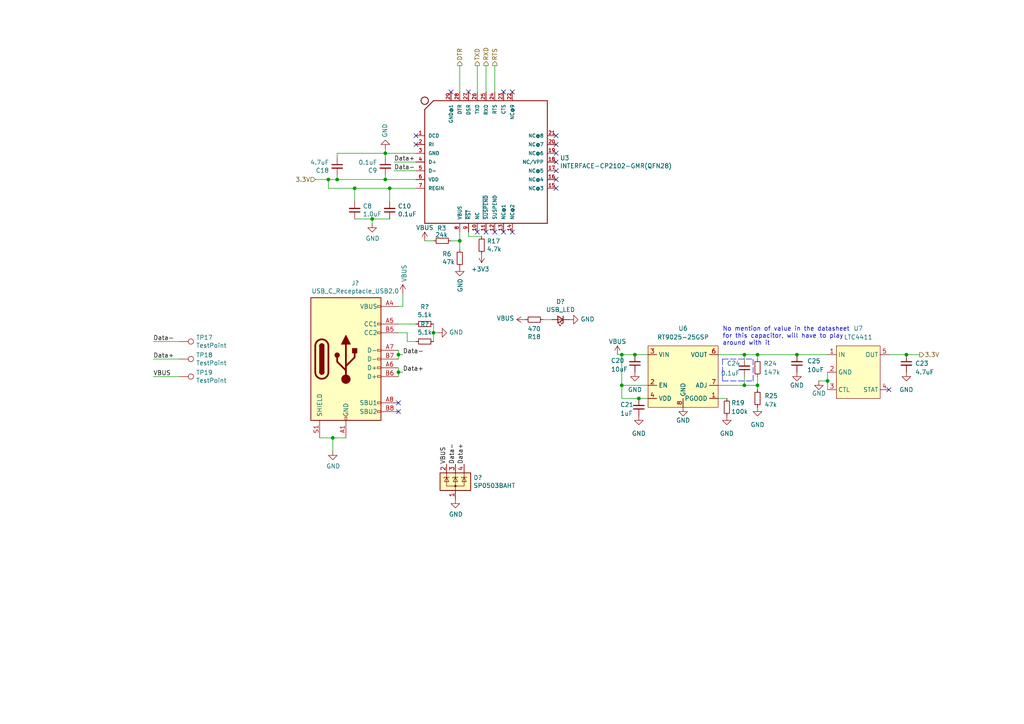
<source format=kicad_sch>
(kicad_sch (version 20211123) (generator eeschema)

  (uuid 922058ca-d09a-45fd-8394-05f3e2c1e03a)

  (paper "A4")

  (lib_symbols
    (symbol "Connector:TestPoint" (pin_numbers hide) (pin_names (offset 0.762) hide) (in_bom yes) (on_board yes)
      (property "Reference" "TP" (id 0) (at 0 6.858 0)
        (effects (font (size 1.27 1.27)))
      )
      (property "Value" "TestPoint" (id 1) (at 0 5.08 0)
        (effects (font (size 1.27 1.27)))
      )
      (property "Footprint" "" (id 2) (at 5.08 0 0)
        (effects (font (size 1.27 1.27)) hide)
      )
      (property "Datasheet" "~" (id 3) (at 5.08 0 0)
        (effects (font (size 1.27 1.27)) hide)
      )
      (property "ki_keywords" "test point tp" (id 4) (at 0 0 0)
        (effects (font (size 1.27 1.27)) hide)
      )
      (property "ki_description" "test point" (id 5) (at 0 0 0)
        (effects (font (size 1.27 1.27)) hide)
      )
      (property "ki_fp_filters" "Pin* Test*" (id 6) (at 0 0 0)
        (effects (font (size 1.27 1.27)) hide)
      )
      (symbol "TestPoint_0_1"
        (circle (center 0 3.302) (radius 0.762)
          (stroke (width 0) (type default) (color 0 0 0 0))
          (fill (type none))
        )
      )
      (symbol "TestPoint_1_1"
        (pin passive line (at 0 0 90) (length 2.54)
          (name "1" (effects (font (size 1.27 1.27))))
          (number "1" (effects (font (size 1.27 1.27))))
        )
      )
    )
    (symbol "Connector:USB_C_Receptacle_USB2.0" (pin_names (offset 1.016)) (in_bom yes) (on_board yes)
      (property "Reference" "J" (id 0) (at -10.16 19.05 0)
        (effects (font (size 1.27 1.27)) (justify left))
      )
      (property "Value" "USB_C_Receptacle_USB2.0" (id 1) (at 19.05 19.05 0)
        (effects (font (size 1.27 1.27)) (justify right))
      )
      (property "Footprint" "" (id 2) (at 3.81 0 0)
        (effects (font (size 1.27 1.27)) hide)
      )
      (property "Datasheet" "https://www.usb.org/sites/default/files/documents/usb_type-c.zip" (id 3) (at 3.81 0 0)
        (effects (font (size 1.27 1.27)) hide)
      )
      (property "ki_keywords" "usb universal serial bus type-C USB2.0" (id 4) (at 0 0 0)
        (effects (font (size 1.27 1.27)) hide)
      )
      (property "ki_description" "USB 2.0-only Type-C Receptacle connector" (id 5) (at 0 0 0)
        (effects (font (size 1.27 1.27)) hide)
      )
      (property "ki_fp_filters" "USB*C*Receptacle*" (id 6) (at 0 0 0)
        (effects (font (size 1.27 1.27)) hide)
      )
      (symbol "USB_C_Receptacle_USB2.0_0_0"
        (rectangle (start -0.254 -17.78) (end 0.254 -16.764)
          (stroke (width 0) (type default) (color 0 0 0 0))
          (fill (type none))
        )
        (rectangle (start 10.16 -14.986) (end 9.144 -15.494)
          (stroke (width 0) (type default) (color 0 0 0 0))
          (fill (type none))
        )
        (rectangle (start 10.16 -12.446) (end 9.144 -12.954)
          (stroke (width 0) (type default) (color 0 0 0 0))
          (fill (type none))
        )
        (rectangle (start 10.16 -4.826) (end 9.144 -5.334)
          (stroke (width 0) (type default) (color 0 0 0 0))
          (fill (type none))
        )
        (rectangle (start 10.16 -2.286) (end 9.144 -2.794)
          (stroke (width 0) (type default) (color 0 0 0 0))
          (fill (type none))
        )
        (rectangle (start 10.16 0.254) (end 9.144 -0.254)
          (stroke (width 0) (type default) (color 0 0 0 0))
          (fill (type none))
        )
        (rectangle (start 10.16 2.794) (end 9.144 2.286)
          (stroke (width 0) (type default) (color 0 0 0 0))
          (fill (type none))
        )
        (rectangle (start 10.16 7.874) (end 9.144 7.366)
          (stroke (width 0) (type default) (color 0 0 0 0))
          (fill (type none))
        )
        (rectangle (start 10.16 10.414) (end 9.144 9.906)
          (stroke (width 0) (type default) (color 0 0 0 0))
          (fill (type none))
        )
        (rectangle (start 10.16 15.494) (end 9.144 14.986)
          (stroke (width 0) (type default) (color 0 0 0 0))
          (fill (type none))
        )
      )
      (symbol "USB_C_Receptacle_USB2.0_0_1"
        (rectangle (start -10.16 17.78) (end 10.16 -17.78)
          (stroke (width 0.254) (type default) (color 0 0 0 0))
          (fill (type background))
        )
        (arc (start -8.89 -3.81) (mid -6.985 -5.715) (end -5.08 -3.81)
          (stroke (width 0.508) (type default) (color 0 0 0 0))
          (fill (type none))
        )
        (arc (start -7.62 -3.81) (mid -6.985 -4.445) (end -6.35 -3.81)
          (stroke (width 0.254) (type default) (color 0 0 0 0))
          (fill (type none))
        )
        (arc (start -7.62 -3.81) (mid -6.985 -4.445) (end -6.35 -3.81)
          (stroke (width 0.254) (type default) (color 0 0 0 0))
          (fill (type outline))
        )
        (rectangle (start -7.62 -3.81) (end -6.35 3.81)
          (stroke (width 0.254) (type default) (color 0 0 0 0))
          (fill (type outline))
        )
        (arc (start -6.35 3.81) (mid -6.985 4.445) (end -7.62 3.81)
          (stroke (width 0.254) (type default) (color 0 0 0 0))
          (fill (type none))
        )
        (arc (start -6.35 3.81) (mid -6.985 4.445) (end -7.62 3.81)
          (stroke (width 0.254) (type default) (color 0 0 0 0))
          (fill (type outline))
        )
        (arc (start -5.08 3.81) (mid -6.985 5.715) (end -8.89 3.81)
          (stroke (width 0.508) (type default) (color 0 0 0 0))
          (fill (type none))
        )
        (circle (center -2.54 1.143) (radius 0.635)
          (stroke (width 0.254) (type default) (color 0 0 0 0))
          (fill (type outline))
        )
        (circle (center 0 -5.842) (radius 1.27)
          (stroke (width 0) (type default) (color 0 0 0 0))
          (fill (type outline))
        )
        (polyline
          (pts
            (xy -8.89 -3.81)
            (xy -8.89 3.81)
          )
          (stroke (width 0.508) (type default) (color 0 0 0 0))
          (fill (type none))
        )
        (polyline
          (pts
            (xy -5.08 3.81)
            (xy -5.08 -3.81)
          )
          (stroke (width 0.508) (type default) (color 0 0 0 0))
          (fill (type none))
        )
        (polyline
          (pts
            (xy 0 -5.842)
            (xy 0 4.318)
          )
          (stroke (width 0.508) (type default) (color 0 0 0 0))
          (fill (type none))
        )
        (polyline
          (pts
            (xy 0 -3.302)
            (xy -2.54 -0.762)
            (xy -2.54 0.508)
          )
          (stroke (width 0.508) (type default) (color 0 0 0 0))
          (fill (type none))
        )
        (polyline
          (pts
            (xy 0 -2.032)
            (xy 2.54 0.508)
            (xy 2.54 1.778)
          )
          (stroke (width 0.508) (type default) (color 0 0 0 0))
          (fill (type none))
        )
        (polyline
          (pts
            (xy -1.27 4.318)
            (xy 0 6.858)
            (xy 1.27 4.318)
            (xy -1.27 4.318)
          )
          (stroke (width 0.254) (type default) (color 0 0 0 0))
          (fill (type outline))
        )
        (rectangle (start 1.905 1.778) (end 3.175 3.048)
          (stroke (width 0.254) (type default) (color 0 0 0 0))
          (fill (type outline))
        )
      )
      (symbol "USB_C_Receptacle_USB2.0_1_1"
        (pin passive line (at 0 -22.86 90) (length 5.08)
          (name "GND" (effects (font (size 1.27 1.27))))
          (number "A1" (effects (font (size 1.27 1.27))))
        )
        (pin passive line (at 0 -22.86 90) (length 5.08) hide
          (name "GND" (effects (font (size 1.27 1.27))))
          (number "A12" (effects (font (size 1.27 1.27))))
        )
        (pin passive line (at 15.24 15.24 180) (length 5.08)
          (name "VBUS" (effects (font (size 1.27 1.27))))
          (number "A4" (effects (font (size 1.27 1.27))))
        )
        (pin bidirectional line (at 15.24 10.16 180) (length 5.08)
          (name "CC1" (effects (font (size 1.27 1.27))))
          (number "A5" (effects (font (size 1.27 1.27))))
        )
        (pin bidirectional line (at 15.24 -2.54 180) (length 5.08)
          (name "D+" (effects (font (size 1.27 1.27))))
          (number "A6" (effects (font (size 1.27 1.27))))
        )
        (pin bidirectional line (at 15.24 2.54 180) (length 5.08)
          (name "D-" (effects (font (size 1.27 1.27))))
          (number "A7" (effects (font (size 1.27 1.27))))
        )
        (pin bidirectional line (at 15.24 -12.7 180) (length 5.08)
          (name "SBU1" (effects (font (size 1.27 1.27))))
          (number "A8" (effects (font (size 1.27 1.27))))
        )
        (pin passive line (at 15.24 15.24 180) (length 5.08) hide
          (name "VBUS" (effects (font (size 1.27 1.27))))
          (number "A9" (effects (font (size 1.27 1.27))))
        )
        (pin passive line (at 0 -22.86 90) (length 5.08) hide
          (name "GND" (effects (font (size 1.27 1.27))))
          (number "B1" (effects (font (size 1.27 1.27))))
        )
        (pin passive line (at 0 -22.86 90) (length 5.08) hide
          (name "GND" (effects (font (size 1.27 1.27))))
          (number "B12" (effects (font (size 1.27 1.27))))
        )
        (pin passive line (at 15.24 15.24 180) (length 5.08) hide
          (name "VBUS" (effects (font (size 1.27 1.27))))
          (number "B4" (effects (font (size 1.27 1.27))))
        )
        (pin bidirectional line (at 15.24 7.62 180) (length 5.08)
          (name "CC2" (effects (font (size 1.27 1.27))))
          (number "B5" (effects (font (size 1.27 1.27))))
        )
        (pin bidirectional line (at 15.24 -5.08 180) (length 5.08)
          (name "D+" (effects (font (size 1.27 1.27))))
          (number "B6" (effects (font (size 1.27 1.27))))
        )
        (pin bidirectional line (at 15.24 0 180) (length 5.08)
          (name "D-" (effects (font (size 1.27 1.27))))
          (number "B7" (effects (font (size 1.27 1.27))))
        )
        (pin bidirectional line (at 15.24 -15.24 180) (length 5.08)
          (name "SBU2" (effects (font (size 1.27 1.27))))
          (number "B8" (effects (font (size 1.27 1.27))))
        )
        (pin passive line (at 15.24 15.24 180) (length 5.08) hide
          (name "VBUS" (effects (font (size 1.27 1.27))))
          (number "B9" (effects (font (size 1.27 1.27))))
        )
        (pin passive line (at -7.62 -22.86 90) (length 5.08)
          (name "SHIELD" (effects (font (size 1.27 1.27))))
          (number "S1" (effects (font (size 1.27 1.27))))
        )
      )
    )
    (symbol "Device:C_Small" (pin_numbers hide) (pin_names (offset 0.254) hide) (in_bom yes) (on_board yes)
      (property "Reference" "C" (id 0) (at 0.254 1.778 0)
        (effects (font (size 1.27 1.27)) (justify left))
      )
      (property "Value" "C_Small" (id 1) (at 0.254 -2.032 0)
        (effects (font (size 1.27 1.27)) (justify left))
      )
      (property "Footprint" "" (id 2) (at 0 0 0)
        (effects (font (size 1.27 1.27)) hide)
      )
      (property "Datasheet" "~" (id 3) (at 0 0 0)
        (effects (font (size 1.27 1.27)) hide)
      )
      (property "ki_keywords" "capacitor cap" (id 4) (at 0 0 0)
        (effects (font (size 1.27 1.27)) hide)
      )
      (property "ki_description" "Unpolarized capacitor, small symbol" (id 5) (at 0 0 0)
        (effects (font (size 1.27 1.27)) hide)
      )
      (property "ki_fp_filters" "C_*" (id 6) (at 0 0 0)
        (effects (font (size 1.27 1.27)) hide)
      )
      (symbol "C_Small_0_1"
        (polyline
          (pts
            (xy -1.524 -0.508)
            (xy 1.524 -0.508)
          )
          (stroke (width 0.3302) (type default) (color 0 0 0 0))
          (fill (type none))
        )
        (polyline
          (pts
            (xy -1.524 0.508)
            (xy 1.524 0.508)
          )
          (stroke (width 0.3048) (type default) (color 0 0 0 0))
          (fill (type none))
        )
      )
      (symbol "C_Small_1_1"
        (pin passive line (at 0 2.54 270) (length 2.032)
          (name "~" (effects (font (size 1.27 1.27))))
          (number "1" (effects (font (size 1.27 1.27))))
        )
        (pin passive line (at 0 -2.54 90) (length 2.032)
          (name "~" (effects (font (size 1.27 1.27))))
          (number "2" (effects (font (size 1.27 1.27))))
        )
      )
    )
    (symbol "Device:LED_Small" (pin_numbers hide) (pin_names (offset 0.254) hide) (in_bom yes) (on_board yes)
      (property "Reference" "D" (id 0) (at -1.27 3.175 0)
        (effects (font (size 1.27 1.27)) (justify left))
      )
      (property "Value" "LED_Small" (id 1) (at -4.445 -2.54 0)
        (effects (font (size 1.27 1.27)) (justify left))
      )
      (property "Footprint" "" (id 2) (at 0 0 90)
        (effects (font (size 1.27 1.27)) hide)
      )
      (property "Datasheet" "~" (id 3) (at 0 0 90)
        (effects (font (size 1.27 1.27)) hide)
      )
      (property "ki_keywords" "LED diode light-emitting-diode" (id 4) (at 0 0 0)
        (effects (font (size 1.27 1.27)) hide)
      )
      (property "ki_description" "Light emitting diode, small symbol" (id 5) (at 0 0 0)
        (effects (font (size 1.27 1.27)) hide)
      )
      (property "ki_fp_filters" "LED* LED_SMD:* LED_THT:*" (id 6) (at 0 0 0)
        (effects (font (size 1.27 1.27)) hide)
      )
      (symbol "LED_Small_0_1"
        (polyline
          (pts
            (xy -0.762 -1.016)
            (xy -0.762 1.016)
          )
          (stroke (width 0.254) (type default) (color 0 0 0 0))
          (fill (type none))
        )
        (polyline
          (pts
            (xy 1.016 0)
            (xy -0.762 0)
          )
          (stroke (width 0) (type default) (color 0 0 0 0))
          (fill (type none))
        )
        (polyline
          (pts
            (xy 0.762 -1.016)
            (xy -0.762 0)
            (xy 0.762 1.016)
            (xy 0.762 -1.016)
          )
          (stroke (width 0.254) (type default) (color 0 0 0 0))
          (fill (type none))
        )
        (polyline
          (pts
            (xy 0 0.762)
            (xy -0.508 1.27)
            (xy -0.254 1.27)
            (xy -0.508 1.27)
            (xy -0.508 1.016)
          )
          (stroke (width 0) (type default) (color 0 0 0 0))
          (fill (type none))
        )
        (polyline
          (pts
            (xy 0.508 1.27)
            (xy 0 1.778)
            (xy 0.254 1.778)
            (xy 0 1.778)
            (xy 0 1.524)
          )
          (stroke (width 0) (type default) (color 0 0 0 0))
          (fill (type none))
        )
      )
      (symbol "LED_Small_1_1"
        (pin passive line (at -2.54 0 0) (length 1.778)
          (name "K" (effects (font (size 1.27 1.27))))
          (number "1" (effects (font (size 1.27 1.27))))
        )
        (pin passive line (at 2.54 0 180) (length 1.778)
          (name "A" (effects (font (size 1.27 1.27))))
          (number "2" (effects (font (size 1.27 1.27))))
        )
      )
    )
    (symbol "Device:R_Small" (pin_numbers hide) (pin_names (offset 0.254) hide) (in_bom yes) (on_board yes)
      (property "Reference" "R" (id 0) (at 0.762 0.508 0)
        (effects (font (size 1.27 1.27)) (justify left))
      )
      (property "Value" "R_Small" (id 1) (at 0.762 -1.016 0)
        (effects (font (size 1.27 1.27)) (justify left))
      )
      (property "Footprint" "" (id 2) (at 0 0 0)
        (effects (font (size 1.27 1.27)) hide)
      )
      (property "Datasheet" "~" (id 3) (at 0 0 0)
        (effects (font (size 1.27 1.27)) hide)
      )
      (property "ki_keywords" "R resistor" (id 4) (at 0 0 0)
        (effects (font (size 1.27 1.27)) hide)
      )
      (property "ki_description" "Resistor, small symbol" (id 5) (at 0 0 0)
        (effects (font (size 1.27 1.27)) hide)
      )
      (property "ki_fp_filters" "R_*" (id 6) (at 0 0 0)
        (effects (font (size 1.27 1.27)) hide)
      )
      (symbol "R_Small_0_1"
        (rectangle (start -0.762 1.778) (end 0.762 -1.778)
          (stroke (width 0.2032) (type default) (color 0 0 0 0))
          (fill (type none))
        )
      )
      (symbol "R_Small_1_1"
        (pin passive line (at 0 2.54 270) (length 0.762)
          (name "~" (effects (font (size 1.27 1.27))))
          (number "1" (effects (font (size 1.27 1.27))))
        )
        (pin passive line (at 0 -2.54 90) (length 0.762)
          (name "~" (effects (font (size 1.27 1.27))))
          (number "2" (effects (font (size 1.27 1.27))))
        )
      )
    )
    (symbol "Power_Protection:SP0503BAHT" (pin_names hide) (in_bom yes) (on_board yes)
      (property "Reference" "D" (id 0) (at 5.715 2.54 0)
        (effects (font (size 1.27 1.27)) (justify left))
      )
      (property "Value" "SP0503BAHT" (id 1) (at 5.715 0.635 0)
        (effects (font (size 1.27 1.27)) (justify left))
      )
      (property "Footprint" "Package_TO_SOT_SMD:SOT-143" (id 2) (at 5.715 -1.27 0)
        (effects (font (size 1.27 1.27)) (justify left) hide)
      )
      (property "Datasheet" "http://www.littelfuse.com/~/media/files/littelfuse/technical%20resources/documents/data%20sheets/sp05xxba.pdf" (id 3) (at 3.175 3.175 0)
        (effects (font (size 1.27 1.27)) hide)
      )
      (property "ki_keywords" "usb esd protection suppression transient" (id 4) (at 0 0 0)
        (effects (font (size 1.27 1.27)) hide)
      )
      (property "ki_description" "TVS Diode Array, 5.5V Standoff, 3 Channels, SOT-143 package" (id 5) (at 0 0 0)
        (effects (font (size 1.27 1.27)) hide)
      )
      (property "ki_fp_filters" "SOT?143*" (id 6) (at 0 0 0)
        (effects (font (size 1.27 1.27)) hide)
      )
      (symbol "SP0503BAHT_0_0"
        (pin passive line (at 0 -5.08 90) (length 2.54)
          (name "A" (effects (font (size 1.27 1.27))))
          (number "1" (effects (font (size 1.27 1.27))))
        )
      )
      (symbol "SP0503BAHT_0_1"
        (rectangle (start -4.445 2.54) (end 4.445 -2.54)
          (stroke (width 0.254) (type default) (color 0 0 0 0))
          (fill (type background))
        )
        (circle (center 0 -1.27) (radius 0.254)
          (stroke (width 0) (type default) (color 0 0 0 0))
          (fill (type outline))
        )
        (polyline
          (pts
            (xy -2.54 2.54)
            (xy -2.54 1.27)
          )
          (stroke (width 0) (type default) (color 0 0 0 0))
          (fill (type none))
        )
        (polyline
          (pts
            (xy 0 -1.27)
            (xy 0 -2.54)
          )
          (stroke (width 0) (type default) (color 0 0 0 0))
          (fill (type none))
        )
        (polyline
          (pts
            (xy 0 -1.27)
            (xy 0 1.27)
          )
          (stroke (width 0) (type default) (color 0 0 0 0))
          (fill (type none))
        )
        (polyline
          (pts
            (xy 0 2.54)
            (xy 0 1.27)
          )
          (stroke (width 0) (type default) (color 0 0 0 0))
          (fill (type none))
        )
        (polyline
          (pts
            (xy 0.635 1.27)
            (xy 0.762 1.27)
          )
          (stroke (width 0) (type default) (color 0 0 0 0))
          (fill (type none))
        )
        (polyline
          (pts
            (xy 2.54 2.54)
            (xy 2.54 1.27)
          )
          (stroke (width 0) (type default) (color 0 0 0 0))
          (fill (type none))
        )
        (polyline
          (pts
            (xy 0.635 1.27)
            (xy -0.762 1.27)
            (xy -0.762 1.016)
          )
          (stroke (width 0) (type default) (color 0 0 0 0))
          (fill (type none))
        )
        (polyline
          (pts
            (xy -3.302 1.016)
            (xy -3.302 1.27)
            (xy -1.905 1.27)
            (xy -1.778 1.27)
          )
          (stroke (width 0) (type default) (color 0 0 0 0))
          (fill (type none))
        )
        (polyline
          (pts
            (xy -2.54 1.27)
            (xy -2.54 -1.27)
            (xy 2.54 -1.27)
            (xy 2.54 1.27)
          )
          (stroke (width 0) (type default) (color 0 0 0 0))
          (fill (type none))
        )
        (polyline
          (pts
            (xy -2.54 1.27)
            (xy -1.905 0)
            (xy -3.175 0)
            (xy -2.54 1.27)
          )
          (stroke (width 0) (type default) (color 0 0 0 0))
          (fill (type none))
        )
        (polyline
          (pts
            (xy 0.635 0)
            (xy -0.635 0)
            (xy 0 1.27)
            (xy 0.635 0)
          )
          (stroke (width 0) (type default) (color 0 0 0 0))
          (fill (type none))
        )
        (polyline
          (pts
            (xy 1.778 1.016)
            (xy 1.778 1.27)
            (xy 3.175 1.27)
            (xy 3.302 1.27)
          )
          (stroke (width 0) (type default) (color 0 0 0 0))
          (fill (type none))
        )
        (polyline
          (pts
            (xy 2.54 1.27)
            (xy 1.905 0)
            (xy 3.175 0)
            (xy 2.54 1.27)
          )
          (stroke (width 0) (type default) (color 0 0 0 0))
          (fill (type none))
        )
      )
      (symbol "SP0503BAHT_1_1"
        (pin passive line (at -2.54 5.08 270) (length 2.54)
          (name "K" (effects (font (size 1.27 1.27))))
          (number "2" (effects (font (size 1.27 1.27))))
        )
        (pin passive line (at 0 5.08 270) (length 2.54)
          (name "K" (effects (font (size 1.27 1.27))))
          (number "3" (effects (font (size 1.27 1.27))))
        )
        (pin passive line (at 2.54 5.08 270) (length 2.54)
          (name "K" (effects (font (size 1.27 1.27))))
          (number "4" (effects (font (size 1.27 1.27))))
        )
      )
    )
    (symbol "iclr:INTERFACE-CP2102-GMR(QFN28)" (pin_names (offset 1.016)) (in_bom yes) (on_board yes)
      (property "Reference" "U" (id 0) (at -17.8054 20.3454 0)
        (effects (font (size 1.27 1.27)) (justify left bottom))
      )
      (property "Value" "iclr_INTERFACE-CP2102-GMR(QFN28)" (id 1) (at -17.78 -17.78 0)
        (effects (font (size 1.27 1.27)) (justify left bottom))
      )
      (property "Footprint" "QFN28G_0.5-5X5MM" (id 2) (at 0 0 0)
        (effects (font (size 1.27 1.27)) (justify left bottom) hide)
      )
      (property "Datasheet" "" (id 3) (at 0 0 0)
        (effects (font (size 1.27 1.27)) (justify left bottom) hide)
      )
      (property "VALUE" "CP2102-GMR-QFN28" (id 4) (at 0 0 0)
        (effects (font (size 1.27 1.27)) (justify left bottom) hide)
      )
      (property "MPN" "CP2102-GMR" (id 5) (at 0 0 0)
        (effects (font (size 1.27 1.27)) (justify left bottom) hide)
      )
      (property "ki_locked" "" (id 6) (at 0 0 0)
        (effects (font (size 1.27 1.27)))
      )
      (symbol "INTERFACE-CP2102-GMR(QFN28)_0_0"
        (circle (center -17.78 17.78) (radius 1.0668)
          (stroke (width 0.254) (type default) (color 0 0 0 0))
          (fill (type none))
        )
        (polyline
          (pts
            (xy -17.78 -17.78)
            (xy -17.78 15.24)
          )
          (stroke (width 0.254) (type default) (color 0 0 0 0))
          (fill (type none))
        )
        (polyline
          (pts
            (xy -17.78 15.24)
            (xy -15.24 17.78)
          )
          (stroke (width 0.254) (type default) (color 0 0 0 0))
          (fill (type none))
        )
        (polyline
          (pts
            (xy -15.24 17.78)
            (xy 17.78 17.78)
          )
          (stroke (width 0.254) (type default) (color 0 0 0 0))
          (fill (type none))
        )
        (polyline
          (pts
            (xy 17.78 -17.78)
            (xy -17.78 -17.78)
          )
          (stroke (width 0.254) (type default) (color 0 0 0 0))
          (fill (type none))
        )
        (polyline
          (pts
            (xy 17.78 17.78)
            (xy 17.78 -17.78)
          )
          (stroke (width 0.254) (type default) (color 0 0 0 0))
          (fill (type none))
        )
        (pin bidirectional line (at -20.32 7.62 0) (length 2.54)
          (name "DCD" (effects (font (size 1.016 1.016))))
          (number "1" (effects (font (size 1.016 1.016))))
        )
        (pin bidirectional line (at -2.54 -20.32 90) (length 2.54)
          (name "NC" (effects (font (size 1.016 1.016))))
          (number "10" (effects (font (size 1.016 1.016))))
        )
        (pin bidirectional line (at 0 -20.32 90) (length 2.54)
          (name "~{SUSPEND}" (effects (font (size 1.016 1.016))))
          (number "11" (effects (font (size 1.016 1.016))))
        )
        (pin bidirectional line (at 2.54 -20.32 90) (length 2.54)
          (name "SUSPEND" (effects (font (size 1.016 1.016))))
          (number "12" (effects (font (size 1.016 1.016))))
        )
        (pin bidirectional line (at 5.08 -20.32 90) (length 2.54)
          (name "NC@1" (effects (font (size 1.016 1.016))))
          (number "13" (effects (font (size 1.016 1.016))))
        )
        (pin bidirectional line (at 7.62 -20.32 90) (length 2.54)
          (name "NC@2" (effects (font (size 1.016 1.016))))
          (number "14" (effects (font (size 1.016 1.016))))
        )
        (pin bidirectional line (at 20.32 -7.62 180) (length 2.54)
          (name "NC@3" (effects (font (size 1.016 1.016))))
          (number "15" (effects (font (size 1.016 1.016))))
        )
        (pin bidirectional line (at 20.32 -5.08 180) (length 2.54)
          (name "NC@4" (effects (font (size 1.016 1.016))))
          (number "16" (effects (font (size 1.016 1.016))))
        )
        (pin bidirectional line (at 20.32 -2.54 180) (length 2.54)
          (name "NC@5" (effects (font (size 1.016 1.016))))
          (number "17" (effects (font (size 1.016 1.016))))
        )
        (pin bidirectional line (at 20.32 0 180) (length 2.54)
          (name "NC/VPP" (effects (font (size 1.016 1.016))))
          (number "18" (effects (font (size 1.016 1.016))))
        )
        (pin bidirectional line (at 20.32 2.54 180) (length 2.54)
          (name "NC@6" (effects (font (size 1.016 1.016))))
          (number "19" (effects (font (size 1.016 1.016))))
        )
        (pin bidirectional line (at -20.32 5.08 0) (length 2.54)
          (name "RI" (effects (font (size 1.016 1.016))))
          (number "2" (effects (font (size 1.016 1.016))))
        )
        (pin bidirectional line (at 20.32 5.08 180) (length 2.54)
          (name "NC@7" (effects (font (size 1.016 1.016))))
          (number "20" (effects (font (size 1.016 1.016))))
        )
        (pin bidirectional line (at 20.32 7.62 180) (length 2.54)
          (name "NC@8" (effects (font (size 1.016 1.016))))
          (number "21" (effects (font (size 1.016 1.016))))
        )
        (pin bidirectional line (at 7.62 20.32 270) (length 2.54)
          (name "NC@9" (effects (font (size 1.016 1.016))))
          (number "22" (effects (font (size 1.016 1.016))))
        )
        (pin bidirectional line (at 5.08 20.32 270) (length 2.54)
          (name "CTS" (effects (font (size 1.016 1.016))))
          (number "23" (effects (font (size 1.016 1.016))))
        )
        (pin bidirectional line (at 2.54 20.32 270) (length 2.54)
          (name "RTS" (effects (font (size 1.016 1.016))))
          (number "24" (effects (font (size 1.016 1.016))))
        )
        (pin bidirectional line (at 0 20.32 270) (length 2.54)
          (name "RXD" (effects (font (size 1.016 1.016))))
          (number "25" (effects (font (size 1.016 1.016))))
        )
        (pin bidirectional line (at -2.54 20.32 270) (length 2.54)
          (name "TXD" (effects (font (size 1.016 1.016))))
          (number "26" (effects (font (size 1.016 1.016))))
        )
        (pin bidirectional line (at -5.08 20.32 270) (length 2.54)
          (name "DSR" (effects (font (size 1.016 1.016))))
          (number "27" (effects (font (size 1.016 1.016))))
        )
        (pin bidirectional line (at -7.62 20.32 270) (length 2.54)
          (name "DTR" (effects (font (size 1.016 1.016))))
          (number "28" (effects (font (size 1.016 1.016))))
        )
        (pin bidirectional line (at -10.16 20.32 270) (length 2.54)
          (name "GND@1" (effects (font (size 1.016 1.016))))
          (number "29" (effects (font (size 1.016 1.016))))
        )
        (pin bidirectional line (at -20.32 2.54 0) (length 2.54)
          (name "GND" (effects (font (size 1.016 1.016))))
          (number "3" (effects (font (size 1.016 1.016))))
        )
        (pin bidirectional line (at -20.32 0 0) (length 2.54)
          (name "D+" (effects (font (size 1.016 1.016))))
          (number "4" (effects (font (size 1.016 1.016))))
        )
        (pin bidirectional line (at -20.32 -2.54 0) (length 2.54)
          (name "D-" (effects (font (size 1.016 1.016))))
          (number "5" (effects (font (size 1.016 1.016))))
        )
        (pin bidirectional line (at -20.32 -5.08 0) (length 2.54)
          (name "VDD" (effects (font (size 1.016 1.016))))
          (number "6" (effects (font (size 1.016 1.016))))
        )
        (pin bidirectional line (at -20.32 -7.62 0) (length 2.54)
          (name "REGIN" (effects (font (size 1.016 1.016))))
          (number "7" (effects (font (size 1.016 1.016))))
        )
        (pin bidirectional line (at -7.62 -20.32 90) (length 2.54)
          (name "VBUS" (effects (font (size 1.016 1.016))))
          (number "8" (effects (font (size 1.016 1.016))))
        )
        (pin bidirectional line (at -5.08 -20.32 90) (length 2.54)
          (name "~{RST}" (effects (font (size 1.016 1.016))))
          (number "9" (effects (font (size 1.016 1.016))))
        )
      )
    )
    (symbol "iclr:LTC4411" (in_bom yes) (on_board yes)
      (property "Reference" "U" (id 0) (at 0 1.27 0)
        (effects (font (size 1.27 1.27)))
      )
      (property "Value" "LTC4411" (id 1) (at 0 -1.27 0)
        (effects (font (size 1.27 1.27)))
      )
      (property "Footprint" "" (id 2) (at 0 0 0)
        (effects (font (size 1.27 1.27)) hide)
      )
      (property "Datasheet" "" (id 3) (at 0 0 0)
        (effects (font (size 1.27 1.27)) hide)
      )
      (symbol "LTC4411_0_1"
        (rectangle (start -6.35 -2.54) (end 6.35 -17.78)
          (stroke (width 0) (type default) (color 0 0 0 0))
          (fill (type background))
        )
      )
      (symbol "LTC4411_1_1"
        (pin power_in line (at -8.89 -5.08 0) (length 2.54)
          (name "IN" (effects (font (size 1.27 1.27))))
          (number "1" (effects (font (size 1.27 1.27))))
        )
        (pin output line (at -8.89 -10.16 0) (length 2.54)
          (name "GND" (effects (font (size 1.27 1.27))))
          (number "2" (effects (font (size 1.27 1.27))))
        )
        (pin input line (at -8.89 -15.24 0) (length 2.54)
          (name "CTL" (effects (font (size 1.27 1.27))))
          (number "3" (effects (font (size 1.27 1.27))))
        )
        (pin input line (at 8.89 -15.24 180) (length 2.54)
          (name "STAT" (effects (font (size 1.27 1.27))))
          (number "4" (effects (font (size 1.27 1.27))))
        )
        (pin power_out line (at 8.89 -5.08 180) (length 2.54)
          (name "OUT" (effects (font (size 1.27 1.27))))
          (number "5" (effects (font (size 1.27 1.27))))
        )
      )
    )
    (symbol "iclr:RT9025-25GSP" (in_bom yes) (on_board yes)
      (property "Reference" "U" (id 0) (at 0 7.62 0)
        (effects (font (size 1.27 1.27)))
      )
      (property "Value" "RT9025-25GSP" (id 1) (at 0 5.08 0)
        (effects (font (size 1.27 1.27)))
      )
      (property "Footprint" "" (id 2) (at 0 5.08 0)
        (effects (font (size 1.27 1.27)) hide)
      )
      (property "Datasheet" "" (id 3) (at 0 5.08 0)
        (effects (font (size 1.27 1.27)) hide)
      )
      (symbol "RT9025-25GSP_1_1"
        (rectangle (start -10.16 1.27) (end 10.16 -16.51)
          (stroke (width 0) (type default) (color 0 0 0 0))
          (fill (type background))
        )
        (pin output line (at 10.16 -13.97 180) (length 2.54)
          (name "PGOOD" (effects (font (size 1.27 1.27))))
          (number "1" (effects (font (size 1.27 1.27))))
        )
        (pin input line (at -10.16 -10.16 0) (length 2.54)
          (name "EN" (effects (font (size 1.27 1.27))))
          (number "2" (effects (font (size 1.27 1.27))))
        )
        (pin input line (at -10.16 -1.27 0) (length 2.54)
          (name "VIN" (effects (font (size 1.27 1.27))))
          (number "3" (effects (font (size 1.27 1.27))))
        )
        (pin input line (at -10.16 -13.97 0) (length 2.54)
          (name "VDD" (effects (font (size 1.27 1.27))))
          (number "4" (effects (font (size 1.27 1.27))))
        )
        (pin output line (at 10.16 -1.27 180) (length 2.54)
          (name "VOUT" (effects (font (size 1.27 1.27))))
          (number "6" (effects (font (size 1.27 1.27))))
        )
        (pin input line (at 10.16 -10.16 180) (length 2.54)
          (name "ADJ" (effects (font (size 1.27 1.27))))
          (number "7" (effects (font (size 1.27 1.27))))
        )
        (pin input line (at 0 -16.51 90) (length 2.54)
          (name "GND" (effects (font (size 1.27 1.27))))
          (number "8" (effects (font (size 1.27 1.27))))
        )
      )
    )
    (symbol "power:+3.3V" (power) (pin_names (offset 0)) (in_bom yes) (on_board yes)
      (property "Reference" "#PWR" (id 0) (at 0 -3.81 0)
        (effects (font (size 1.27 1.27)) hide)
      )
      (property "Value" "+3.3V" (id 1) (at 0 3.556 0)
        (effects (font (size 1.27 1.27)))
      )
      (property "Footprint" "" (id 2) (at 0 0 0)
        (effects (font (size 1.27 1.27)) hide)
      )
      (property "Datasheet" "" (id 3) (at 0 0 0)
        (effects (font (size 1.27 1.27)) hide)
      )
      (property "ki_keywords" "power-flag" (id 4) (at 0 0 0)
        (effects (font (size 1.27 1.27)) hide)
      )
      (property "ki_description" "Power symbol creates a global label with name \"+3.3V\"" (id 5) (at 0 0 0)
        (effects (font (size 1.27 1.27)) hide)
      )
      (symbol "+3.3V_0_1"
        (polyline
          (pts
            (xy -0.762 1.27)
            (xy 0 2.54)
          )
          (stroke (width 0) (type default) (color 0 0 0 0))
          (fill (type none))
        )
        (polyline
          (pts
            (xy 0 0)
            (xy 0 2.54)
          )
          (stroke (width 0) (type default) (color 0 0 0 0))
          (fill (type none))
        )
        (polyline
          (pts
            (xy 0 2.54)
            (xy 0.762 1.27)
          )
          (stroke (width 0) (type default) (color 0 0 0 0))
          (fill (type none))
        )
      )
      (symbol "+3.3V_1_1"
        (pin power_in line (at 0 0 90) (length 0) hide
          (name "+3V3" (effects (font (size 1.27 1.27))))
          (number "1" (effects (font (size 1.27 1.27))))
        )
      )
    )
    (symbol "power:GND" (power) (pin_names (offset 0)) (in_bom yes) (on_board yes)
      (property "Reference" "#PWR" (id 0) (at 0 -6.35 0)
        (effects (font (size 1.27 1.27)) hide)
      )
      (property "Value" "GND" (id 1) (at 0 -3.81 0)
        (effects (font (size 1.27 1.27)))
      )
      (property "Footprint" "" (id 2) (at 0 0 0)
        (effects (font (size 1.27 1.27)) hide)
      )
      (property "Datasheet" "" (id 3) (at 0 0 0)
        (effects (font (size 1.27 1.27)) hide)
      )
      (property "ki_keywords" "power-flag" (id 4) (at 0 0 0)
        (effects (font (size 1.27 1.27)) hide)
      )
      (property "ki_description" "Power symbol creates a global label with name \"GND\" , ground" (id 5) (at 0 0 0)
        (effects (font (size 1.27 1.27)) hide)
      )
      (symbol "GND_0_1"
        (polyline
          (pts
            (xy 0 0)
            (xy 0 -1.27)
            (xy 1.27 -1.27)
            (xy 0 -2.54)
            (xy -1.27 -1.27)
            (xy 0 -1.27)
          )
          (stroke (width 0) (type default) (color 0 0 0 0))
          (fill (type none))
        )
      )
      (symbol "GND_1_1"
        (pin power_in line (at 0 0 270) (length 0) hide
          (name "GND" (effects (font (size 1.27 1.27))))
          (number "1" (effects (font (size 1.27 1.27))))
        )
      )
    )
    (symbol "power:VBUS" (power) (pin_names (offset 0)) (in_bom yes) (on_board yes)
      (property "Reference" "#PWR" (id 0) (at 0 -3.81 0)
        (effects (font (size 1.27 1.27)) hide)
      )
      (property "Value" "VBUS" (id 1) (at 0 3.81 0)
        (effects (font (size 1.27 1.27)))
      )
      (property "Footprint" "" (id 2) (at 0 0 0)
        (effects (font (size 1.27 1.27)) hide)
      )
      (property "Datasheet" "" (id 3) (at 0 0 0)
        (effects (font (size 1.27 1.27)) hide)
      )
      (property "ki_keywords" "power-flag" (id 4) (at 0 0 0)
        (effects (font (size 1.27 1.27)) hide)
      )
      (property "ki_description" "Power symbol creates a global label with name \"VBUS\"" (id 5) (at 0 0 0)
        (effects (font (size 1.27 1.27)) hide)
      )
      (symbol "VBUS_0_1"
        (polyline
          (pts
            (xy -0.762 1.27)
            (xy 0 2.54)
          )
          (stroke (width 0) (type default) (color 0 0 0 0))
          (fill (type none))
        )
        (polyline
          (pts
            (xy 0 0)
            (xy 0 2.54)
          )
          (stroke (width 0) (type default) (color 0 0 0 0))
          (fill (type none))
        )
        (polyline
          (pts
            (xy 0 2.54)
            (xy 0.762 1.27)
          )
          (stroke (width 0) (type default) (color 0 0 0 0))
          (fill (type none))
        )
      )
      (symbol "VBUS_1_1"
        (pin power_in line (at 0 0 90) (length 0) hide
          (name "VBUS" (effects (font (size 1.27 1.27))))
          (number "1" (effects (font (size 1.27 1.27))))
        )
      )
    )
  )

  (junction (at 115.57 107.95) (diameter 0) (color 0 0 0 0)
    (uuid 03caada9-9e22-4e2d-9035-b15433dfbb17)
  )
  (junction (at 125.73 96.52) (diameter 0) (color 0 0 0 0)
    (uuid 0f54db53-a272-4955-88fb-d7ab00657bb0)
  )
  (junction (at 97.79 52.07) (diameter 0) (color 0 0 0 0)
    (uuid 15fe8f3d-6077-4e0e-81d0-8ec3f4538981)
  )
  (junction (at 185.2878 115.57) (diameter 0) (color 0 0 0 0)
    (uuid 2aea3dcd-2a2e-4db7-9521-e916b895b97c)
  )
  (junction (at 184.15 102.87) (diameter 0) (color 0 0 0 0)
    (uuid 2cd9269a-073b-4b09-a07c-54c825c93237)
  )
  (junction (at 219.71 111.76) (diameter 0) (color 0 0 0 0)
    (uuid 3dcb2447-3b75-44c0-955f-097030b81d5b)
  )
  (junction (at 240.03 110.49) (diameter 0) (color 0 0 0 0)
    (uuid 3f6115df-2b36-4755-b59f-754809138c63)
  )
  (junction (at 133.35 69.85) (diameter 0) (color 0 0 0 0)
    (uuid 3fe6e9d3-76fc-4fd8-abd4-3fcb4fda5264)
  )
  (junction (at 96.52 127) (diameter 0) (color 0 0 0 0)
    (uuid 6bfe5804-2ef9-4c65-b2a7-f01e4014370a)
  )
  (junction (at 115.57 102.87) (diameter 0) (color 0 0 0 0)
    (uuid 7e023245-2c2b-4e2b-bfb9-5d35176e88f2)
  )
  (junction (at 262.89 102.87) (diameter 0) (color 0 0 0 0)
    (uuid 806b305d-0a58-4b7d-9c1c-feda4d6ce379)
  )
  (junction (at 95.25 52.07) (diameter 0) (color 0 0 0 0)
    (uuid 8285fff6-5874-468b-ae75-c1a08bcffaf4)
  )
  (junction (at 180.34 111.76) (diameter 0) (color 0 0 0 0)
    (uuid 9e2fc4c4-510d-4abc-ab25-bc12cd9c0b2f)
  )
  (junction (at 102.87 54.61) (diameter 0) (color 0 0 0 0)
    (uuid b16c4f2b-0c0e-43b2-8a75-657a16cf2e32)
  )
  (junction (at 219.71 102.87) (diameter 0) (color 0 0 0 0)
    (uuid b200c36f-8ded-4af2-b0b8-4944812e54ad)
  )
  (junction (at 215.9 102.87) (diameter 0) (color 0 0 0 0)
    (uuid b6fbbde4-01ae-4c4e-9f80-b6afe27abb26)
  )
  (junction (at 111.76 44.45) (diameter 0) (color 0 0 0 0)
    (uuid c8029a4c-945d-42ca-871a-dd73ff50a1a3)
  )
  (junction (at 231.14 102.87) (diameter 0) (color 0 0 0 0)
    (uuid cadc96cd-0a1e-4b70-b2c7-3068b339d7a3)
  )
  (junction (at 180.34 102.87) (diameter 0) (color 0 0 0 0)
    (uuid d676cafa-1692-4909-8981-305a9fe6d70d)
  )
  (junction (at 107.95 63.5) (diameter 0) (color 0 0 0 0)
    (uuid db36f6e3-e72a-487f-bda9-88cc84536f62)
  )
  (junction (at 111.76 52.07) (diameter 0) (color 0 0 0 0)
    (uuid e40e8cef-4fb0-4fc3-be09-3875b2cc8469)
  )
  (junction (at 113.03 54.61) (diameter 0) (color 0 0 0 0)
    (uuid e6b860cc-cb76-4220-acfb-68f1eb348bfa)
  )
  (junction (at 215.9 111.76) (diameter 0) (color 0 0 0 0)
    (uuid e7f5a5b3-a5c2-4e74-8563-8747a7eb4c13)
  )

  (no_connect (at 161.29 52.07) (uuid 097edb1b-8998-4e70-b670-bba125982348))
  (no_connect (at 161.29 39.37) (uuid 0e1ed1c5-7428-4dc7-b76e-49b2d5f8177d))
  (no_connect (at 146.05 26.67) (uuid 14769dc5-8525-4984-8b15-a734ee247efa))
  (no_connect (at 161.29 41.91) (uuid 14c51520-6d91-4098-a59a-5121f2a898f7))
  (no_connect (at 130.81 26.67) (uuid 19c56563-5fe3-442a-885b-418dbc2421eb))
  (no_connect (at 161.29 44.45) (uuid 2d67a417-188f-4014-9282-000265d80009))
  (no_connect (at 115.57 119.38) (uuid 45008225-f50f-4d6b-b508-6730a9408caf))
  (no_connect (at 161.29 49.53) (uuid 477311b9-8f81-40c8-9c55-fd87e287247a))
  (no_connect (at 257.81 113.03) (uuid 51b0b501-3d25-4fc0-9340-762df7286bdb))
  (no_connect (at 146.05 67.31) (uuid 6284122b-79c3-4e04-925e-3d32cc3ec077))
  (no_connect (at 148.59 26.67) (uuid 67763d19-f622-4e1e-81e5-5b24da7c3f99))
  (no_connect (at 140.97 67.31) (uuid 6d26d68f-1ca7-4ff3-b058-272f1c399047))
  (no_connect (at 120.65 39.37) (uuid 6ec113ca-7d27-4b14-a180-1e5e2fd1c167))
  (no_connect (at 161.29 46.99) (uuid 84e5506c-143e-495f-9aa4-d3a71622f213))
  (no_connect (at 161.29 54.61) (uuid 994b6220-4755-4d84-91b3-6122ac1c2c5e))
  (no_connect (at 115.57 116.84) (uuid a544eb0a-75db-4baf-bf54-9ca21744343b))
  (no_connect (at 135.89 26.67) (uuid bd065eaf-e495-4837-bdb3-129934de1fc7))
  (no_connect (at 148.59 67.31) (uuid ca5a4651-0d1d-441b-b17d-01518ef3b656))
  (no_connect (at 143.51 67.31) (uuid d3d7e298-1d39-4294-a3ab-c84cc0dc5e5a))
  (no_connect (at 120.65 41.91) (uuid e43dbe34-ed17-4e35-a5c7-2f1679b3c415))
  (no_connect (at 138.43 67.31) (uuid ee41cb8e-512d-41d2-81e1-3c50fff32aeb))

  (wire (pts (xy 115.57 96.52) (xy 118.11 96.52))
    (stroke (width 0) (type default) (color 0 0 0 0))
    (uuid 003c2200-0632-4808-a662-8ddd5d30c768)
  )
  (wire (pts (xy 135.89 67.31) (xy 135.89 68.58))
    (stroke (width 0) (type default) (color 0 0 0 0))
    (uuid 05d4147f-7438-40c5-9ae5-ca6e8fc4f427)
  )
  (wire (pts (xy 179.07 102.87) (xy 180.34 102.87))
    (stroke (width 0) (type default) (color 0 0 0 0))
    (uuid 05e71ddc-f3a7-42d8-be00-899197944b0d)
  )
  (wire (pts (xy 180.34 102.87) (xy 180.34 111.76))
    (stroke (width 0) (type default) (color 0 0 0 0))
    (uuid 09202a6a-da85-4d7b-b9d9-b8ccae54e5e7)
  )
  (wire (pts (xy 219.71 109.22) (xy 219.71 111.76))
    (stroke (width 0) (type default) (color 0 0 0 0))
    (uuid 09eab462-a0d6-4eb6-9a7b-5e1ffa87862b)
  )
  (wire (pts (xy 113.03 58.42) (xy 113.03 54.61))
    (stroke (width 0) (type default) (color 0 0 0 0))
    (uuid 0c3dceba-7c95-4b3d-b590-0eb581444beb)
  )
  (wire (pts (xy 180.34 111.76) (xy 187.96 111.76))
    (stroke (width 0) (type default) (color 0 0 0 0))
    (uuid 0c733d5f-fda9-4b66-91cd-1f9d530d5327)
  )
  (wire (pts (xy 44.45 109.22) (xy 52.07 109.22))
    (stroke (width 0) (type default) (color 0 0 0 0))
    (uuid 0ce8d3ab-2662-4158-8a2a-18b782908fc5)
  )
  (wire (pts (xy 44.45 104.14) (xy 52.07 104.14))
    (stroke (width 0) (type default) (color 0 0 0 0))
    (uuid 0e8f7fc0-2ef2-4b90-9c15-8a3a601ee459)
  )
  (wire (pts (xy 120.65 44.45) (xy 111.76 44.45))
    (stroke (width 0) (type default) (color 0 0 0 0))
    (uuid 101ef598-601d-400e-9ef6-d655fbb1dbfa)
  )
  (polyline (pts (xy 209.55 104.14) (xy 218.44 104.14))
    (stroke (width 0) (type default) (color 0 0 0 0))
    (uuid 11fcbf8d-b145-4ead-98a6-f00165eaee2f)
  )

  (wire (pts (xy 107.95 63.5) (xy 107.95 64.77))
    (stroke (width 0) (type default) (color 0 0 0 0))
    (uuid 16a9ae8c-3ad2-439b-8efe-377c994670c7)
  )
  (wire (pts (xy 185.2878 115.57) (xy 187.96 115.57))
    (stroke (width 0) (type default) (color 0 0 0 0))
    (uuid 19fc4ca5-1a28-4586-8cd3-df1475332678)
  )
  (wire (pts (xy 96.52 127) (xy 96.52 130.81))
    (stroke (width 0) (type default) (color 0 0 0 0))
    (uuid 1d9cdadc-9036-4a95-b6db-fa7b3b74c869)
  )
  (wire (pts (xy 115.57 107.95) (xy 115.57 109.22))
    (stroke (width 0) (type default) (color 0 0 0 0))
    (uuid 1f3003e6-dce5-420f-906b-3f1e92b67249)
  )
  (wire (pts (xy 118.11 96.52) (xy 118.11 99.06))
    (stroke (width 0) (type default) (color 0 0 0 0))
    (uuid 240e07e1-770b-4b27-894f-29fd601c924d)
  )
  (wire (pts (xy 143.51 26.67) (xy 143.51 19.05))
    (stroke (width 0) (type default) (color 0 0 0 0))
    (uuid 275aa44a-b61f-489f-9e2a-819a0fe0d1eb)
  )
  (wire (pts (xy 133.35 69.85) (xy 133.35 67.31))
    (stroke (width 0) (type default) (color 0 0 0 0))
    (uuid 2af6ef77-f023-4cd1-aa08-a9a8cde25a48)
  )
  (wire (pts (xy 180.34 102.87) (xy 184.15 102.87))
    (stroke (width 0) (type default) (color 0 0 0 0))
    (uuid 2b9baefc-29e2-4ceb-bb62-1d25fc7d3858)
  )
  (wire (pts (xy 262.89 102.87) (xy 266.7 102.87))
    (stroke (width 0) (type default) (color 0 0 0 0))
    (uuid 2d70e63b-fce9-4ed4-9c5b-1017d8bed83b)
  )
  (wire (pts (xy 160.02 92.71) (xy 157.48 92.71))
    (stroke (width 0) (type default) (color 0 0 0 0))
    (uuid 2e842263-c0ba-46fd-a760-6624d4c78278)
  )
  (wire (pts (xy 240.03 110.49) (xy 240.03 113.03))
    (stroke (width 0) (type default) (color 0 0 0 0))
    (uuid 2f88a2d5-220e-407d-80bd-5961758dafe5)
  )
  (wire (pts (xy 237.49 110.49) (xy 240.03 110.49))
    (stroke (width 0) (type default) (color 0 0 0 0))
    (uuid 30e27ae1-e3e0-4306-a067-a06f6a36aef3)
  )
  (wire (pts (xy 240.03 107.95) (xy 240.03 110.49))
    (stroke (width 0) (type default) (color 0 0 0 0))
    (uuid 319a4a95-c418-4326-a8b7-8a6c7430ffaf)
  )
  (wire (pts (xy 111.76 52.07) (xy 120.65 52.07))
    (stroke (width 0) (type default) (color 0 0 0 0))
    (uuid 35a9f71f-ba35-47f6-814e-4106ac36c51e)
  )
  (wire (pts (xy 113.03 54.61) (xy 120.65 54.61))
    (stroke (width 0) (type default) (color 0 0 0 0))
    (uuid 37e8181c-a81e-498b-b2e2-0aef0c391059)
  )
  (wire (pts (xy 208.28 111.76) (xy 215.9 111.76))
    (stroke (width 0) (type default) (color 0 0 0 0))
    (uuid 3f30b482-3c67-46f5-b862-2260eefc7102)
  )
  (wire (pts (xy 115.57 102.87) (xy 115.57 101.6))
    (stroke (width 0) (type default) (color 0 0 0 0))
    (uuid 40165eda-4ba6-4565-9bb4-b9df6dbb08da)
  )
  (wire (pts (xy 180.34 111.76) (xy 180.34 115.57))
    (stroke (width 0) (type default) (color 0 0 0 0))
    (uuid 431a3c76-57fc-4bad-9c92-05543daa6f9c)
  )
  (wire (pts (xy 180.34 115.57) (xy 185.2878 115.57))
    (stroke (width 0) (type default) (color 0 0 0 0))
    (uuid 46a9a86f-e671-47ae-b4bb-466a9442cde0)
  )
  (wire (pts (xy 115.57 102.87) (xy 116.84 102.87))
    (stroke (width 0) (type default) (color 0 0 0 0))
    (uuid 4780a290-d25c-4459-9579-eba3f7678762)
  )
  (wire (pts (xy 116.84 85.09) (xy 116.84 88.9))
    (stroke (width 0) (type default) (color 0 0 0 0))
    (uuid 4a21e717-d46d-4d9e-8b98-af4ecb02d3ec)
  )
  (wire (pts (xy 111.76 50.8) (xy 111.76 52.07))
    (stroke (width 0) (type default) (color 0 0 0 0))
    (uuid 5b34a16c-5a14-4291-8242-ea6d6ac54372)
  )
  (wire (pts (xy 114.3 49.53) (xy 120.65 49.53))
    (stroke (width 0) (type default) (color 0 0 0 0))
    (uuid 60dcd1fe-7079-4cb8-b509-04558ccf5097)
  )
  (wire (pts (xy 111.76 44.45) (xy 111.76 45.72))
    (stroke (width 0) (type default) (color 0 0 0 0))
    (uuid 6781326c-6e0d-4753-8f28-0f5c687e01f9)
  )
  (wire (pts (xy 140.97 26.67) (xy 140.97 19.05))
    (stroke (width 0) (type default) (color 0 0 0 0))
    (uuid 6c67e4f6-9d04-4539-b356-b76e915ce848)
  )
  (wire (pts (xy 231.14 102.87) (xy 240.03 102.87))
    (stroke (width 0) (type default) (color 0 0 0 0))
    (uuid 75426295-de3a-4ba6-befa-50c5c84bc14f)
  )
  (wire (pts (xy 102.87 54.61) (xy 113.03 54.61))
    (stroke (width 0) (type default) (color 0 0 0 0))
    (uuid 789ca812-3e0c-4a3f-97bc-a916dd9bce80)
  )
  (wire (pts (xy 219.71 102.87) (xy 231.14 102.87))
    (stroke (width 0) (type default) (color 0 0 0 0))
    (uuid 7a54c553-6ee0-4910-bccc-2f8ee839b353)
  )
  (wire (pts (xy 125.73 93.98) (xy 125.73 96.52))
    (stroke (width 0) (type default) (color 0 0 0 0))
    (uuid 80094b70-85ab-4ff6-934b-60d5ee65023a)
  )
  (wire (pts (xy 97.79 45.72) (xy 97.79 44.45))
    (stroke (width 0) (type default) (color 0 0 0 0))
    (uuid 814763c2-92e5-4a2c-941c-9bbd073f6e87)
  )
  (wire (pts (xy 111.76 43.18) (xy 111.76 44.45))
    (stroke (width 0) (type default) (color 0 0 0 0))
    (uuid 85b7594c-358f-454b-b2ad-dd0b1d67ed76)
  )
  (wire (pts (xy 102.87 58.42) (xy 102.87 54.61))
    (stroke (width 0) (type default) (color 0 0 0 0))
    (uuid 8a650ebf-3f78-4ca4-a26b-a5028693e36d)
  )
  (wire (pts (xy 95.25 52.07) (xy 97.79 52.07))
    (stroke (width 0) (type default) (color 0 0 0 0))
    (uuid 8bf8a5d2-0929-495e-9373-f21e7f067a8f)
  )
  (wire (pts (xy 92.71 127) (xy 96.52 127))
    (stroke (width 0) (type default) (color 0 0 0 0))
    (uuid 8c6a821f-8e19-48f3-8f44-9b340f7689bc)
  )
  (wire (pts (xy 215.9 102.87) (xy 219.71 102.87))
    (stroke (width 0) (type default) (color 0 0 0 0))
    (uuid 8ce33249-4491-46f6-9a13-d5eff0b4e116)
  )
  (wire (pts (xy 130.81 69.85) (xy 133.35 69.85))
    (stroke (width 0) (type default) (color 0 0 0 0))
    (uuid 8e768dfb-c66e-479d-846e-22389402feb5)
  )
  (wire (pts (xy 102.87 63.5) (xy 107.95 63.5))
    (stroke (width 0) (type default) (color 0 0 0 0))
    (uuid 965308c8-e014-459a-b9db-b8493a601c62)
  )
  (wire (pts (xy 133.35 72.39) (xy 133.35 69.85))
    (stroke (width 0) (type default) (color 0 0 0 0))
    (uuid 9a6faf7e-a4ed-429f-b02b-6850c9ae2a03)
  )
  (wire (pts (xy 111.76 52.07) (xy 97.79 52.07))
    (stroke (width 0) (type default) (color 0 0 0 0))
    (uuid 9b3c58a7-a9b9-4498-abc0-f9f43e4f0292)
  )
  (wire (pts (xy 219.71 111.76) (xy 219.71 113.03))
    (stroke (width 0) (type default) (color 0 0 0 0))
    (uuid 9ff8ede5-2d88-4500-8292-d6d8ea59b092)
  )
  (wire (pts (xy 208.28 115.57) (xy 210.82 115.57))
    (stroke (width 0) (type default) (color 0 0 0 0))
    (uuid a1c1ef55-8697-44de-bc64-b151aba7af07)
  )
  (wire (pts (xy 215.9 111.76) (xy 219.71 111.76))
    (stroke (width 0) (type default) (color 0 0 0 0))
    (uuid a722f866-f54f-4338-9345-aa8d63ef77fe)
  )
  (wire (pts (xy 219.71 102.87) (xy 219.71 104.14))
    (stroke (width 0) (type default) (color 0 0 0 0))
    (uuid a90e4d97-b7cf-4457-99e1-89f38d0d019b)
  )
  (wire (pts (xy 138.43 26.67) (xy 138.43 19.05))
    (stroke (width 0) (type default) (color 0 0 0 0))
    (uuid b447dbb1-d38e-4a15-93cb-12c25382ea53)
  )
  (wire (pts (xy 215.9 102.87) (xy 215.9 104.14))
    (stroke (width 0) (type default) (color 0 0 0 0))
    (uuid b7859e67-8ff5-41ad-9a4a-3f97a68bbc1d)
  )
  (wire (pts (xy 115.57 93.98) (xy 120.65 93.98))
    (stroke (width 0) (type default) (color 0 0 0 0))
    (uuid b88717bd-086f-46cd-9d3f-0396009d0996)
  )
  (wire (pts (xy 257.81 102.87) (xy 262.89 102.87))
    (stroke (width 0) (type default) (color 0 0 0 0))
    (uuid ba3a84a4-76f0-4b7f-a7e3-771a7ac6e6a5)
  )
  (wire (pts (xy 95.25 54.61) (xy 102.87 54.61))
    (stroke (width 0) (type default) (color 0 0 0 0))
    (uuid be445136-5e1b-43a5-bbd2-3b3d49634d67)
  )
  (wire (pts (xy 125.73 99.06) (xy 125.73 96.52))
    (stroke (width 0) (type default) (color 0 0 0 0))
    (uuid bfc0aadc-38cf-466e-a642-68fdc3138c78)
  )
  (wire (pts (xy 97.79 50.8) (xy 97.79 52.07))
    (stroke (width 0) (type default) (color 0 0 0 0))
    (uuid c094494a-f6f7-43fc-a007-4951484ddf3a)
  )
  (wire (pts (xy 96.52 127) (xy 100.33 127))
    (stroke (width 0) (type default) (color 0 0 0 0))
    (uuid c0eca5ed-bc5e-4618-9bcd-80945bea41ed)
  )
  (wire (pts (xy 95.25 52.07) (xy 95.25 54.61))
    (stroke (width 0) (type default) (color 0 0 0 0))
    (uuid c5992114-dd6b-4929-997d-0fcee1ab6f90)
  )
  (wire (pts (xy 114.3 46.99) (xy 120.65 46.99))
    (stroke (width 0) (type default) (color 0 0 0 0))
    (uuid c5eb1e4c-ce83-470e-8f32-e20ff1f886a3)
  )
  (wire (pts (xy 91.44 52.07) (xy 95.25 52.07))
    (stroke (width 0) (type default) (color 0 0 0 0))
    (uuid c701ee8e-1214-4781-a973-17bef7b6e3eb)
  )
  (wire (pts (xy 208.28 102.87) (xy 215.9 102.87))
    (stroke (width 0) (type default) (color 0 0 0 0))
    (uuid cbe36e96-a1cd-4a14-ac74-f6473e5ddc69)
  )
  (wire (pts (xy 133.35 26.67) (xy 133.35 19.05))
    (stroke (width 0) (type default) (color 0 0 0 0))
    (uuid cfa5c16e-7859-460d-a0b8-cea7d7ea629c)
  )
  (polyline (pts (xy 218.44 110.49) (xy 218.44 104.14))
    (stroke (width 0) (type default) (color 0 0 0 0))
    (uuid d38da21a-3281-45a1-bcfd-947621588acd)
  )
  (polyline (pts (xy 209.55 110.49) (xy 218.44 110.49))
    (stroke (width 0) (type default) (color 0 0 0 0))
    (uuid d3d7c07d-9a77-4b2e-aa11-aa6546e44aa7)
  )

  (wire (pts (xy 184.15 102.87) (xy 187.96 102.87))
    (stroke (width 0) (type default) (color 0 0 0 0))
    (uuid d408df40-eee2-4a1e-80be-0380644713aa)
  )
  (wire (pts (xy 125.73 96.52) (xy 127 96.52))
    (stroke (width 0) (type default) (color 0 0 0 0))
    (uuid d4a1d3c4-b315-4bec-9220-d12a9eab51e0)
  )
  (polyline (pts (xy 209.55 104.14) (xy 209.55 110.49))
    (stroke (width 0) (type default) (color 0 0 0 0))
    (uuid d50c3522-92ea-47f8-aeaa-f5c96b0a16d0)
  )

  (wire (pts (xy 115.57 106.68) (xy 115.57 107.95))
    (stroke (width 0) (type default) (color 0 0 0 0))
    (uuid d7269d2a-b8c0-422d-8f25-f79ea31bf75e)
  )
  (wire (pts (xy 123.19 69.85) (xy 125.73 69.85))
    (stroke (width 0) (type default) (color 0 0 0 0))
    (uuid d9be4dc3-baf6-4b65-be44-49bfa634d6d0)
  )
  (wire (pts (xy 115.57 104.14) (xy 115.57 102.87))
    (stroke (width 0) (type default) (color 0 0 0 0))
    (uuid df68c26a-03b5-4466-aecf-ba34b7dce6b7)
  )
  (wire (pts (xy 107.95 63.5) (xy 113.03 63.5))
    (stroke (width 0) (type default) (color 0 0 0 0))
    (uuid e4c6fdbb-fdc7-4ad4-a516-240d84cdc120)
  )
  (wire (pts (xy 97.79 44.45) (xy 111.76 44.45))
    (stroke (width 0) (type default) (color 0 0 0 0))
    (uuid e65b62be-e01b-4688-a999-1d1be370c4ae)
  )
  (wire (pts (xy 135.89 68.58) (xy 139.7 68.58))
    (stroke (width 0) (type default) (color 0 0 0 0))
    (uuid e6ba521f-8150-4a07-916a-6d2a620c46b4)
  )
  (wire (pts (xy 115.57 107.95) (xy 116.84 107.95))
    (stroke (width 0) (type default) (color 0 0 0 0))
    (uuid e8c50f1b-c316-4110-9cce-5c24c65a1eaa)
  )
  (wire (pts (xy 116.84 88.9) (xy 115.57 88.9))
    (stroke (width 0) (type default) (color 0 0 0 0))
    (uuid ec31c074-17b2-48e1-ab01-071acad3fa04)
  )
  (wire (pts (xy 215.9 109.22) (xy 215.9 111.76))
    (stroke (width 0) (type default) (color 0 0 0 0))
    (uuid ec785cf9-01ec-4119-b676-c7700d24757d)
  )
  (wire (pts (xy 118.11 99.06) (xy 120.65 99.06))
    (stroke (width 0) (type default) (color 0 0 0 0))
    (uuid f2c93195-af12-4d3e-acdf-bdd0ff675c24)
  )
  (wire (pts (xy 44.45 99.06) (xy 52.07 99.06))
    (stroke (width 0) (type default) (color 0 0 0 0))
    (uuid feb26ecb-9193-46ea-a41b-d09305bf0a3e)
  )

  (text "No mention of value in the datasheet \nfor this capacitor, will have to play\naround with it\n"
    (at 209.55 100.33 0)
    (effects (font (size 1.27 1.27)) (justify left bottom))
    (uuid b3ba148b-0c63-40ea-84b3-848ccd0e5ba6)
  )

  (label "Data+" (at 134.62 134.62 90)
    (effects (font (size 1.27 1.27)) (justify left bottom))
    (uuid 12422a89-3d0c-485c-9386-f77121fd68fd)
  )
  (label "VBUS" (at 129.54 134.62 90)
    (effects (font (size 1.27 1.27)) (justify left bottom))
    (uuid 1a6d2848-e78e-49fe-8978-e1890f07836f)
  )
  (label "Data+" (at 44.45 104.14 0)
    (effects (font (size 1.27 1.27)) (justify left bottom))
    (uuid 382ca670-6ae8-4de6-90f9-f241d1337171)
  )
  (label "Data-" (at 44.45 99.06 0)
    (effects (font (size 1.27 1.27)) (justify left bottom))
    (uuid 5cf2db29-f7ab-499a-9907-cdeba64bf0f3)
  )
  (label "Data-" (at 132.08 134.62 90)
    (effects (font (size 1.27 1.27)) (justify left bottom))
    (uuid 7d34f6b1-ab31-49be-b011-c67fe67a8a56)
  )
  (label "Data-" (at 116.84 102.87 0)
    (effects (font (size 1.27 1.27)) (justify left bottom))
    (uuid 8e06ba1f-e3ba-4eb9-a10e-887dffd566d6)
  )
  (label "Data+" (at 114.3 46.99 0)
    (effects (font (size 1.27 1.27)) (justify left bottom))
    (uuid 911bdcbe-493f-4e21-a506-7cbc636e2c17)
  )
  (label "Data-" (at 114.3 49.53 0)
    (effects (font (size 1.27 1.27)) (justify left bottom))
    (uuid 9f8381e9-3077-4453-a480-a01ad9c1a940)
  )
  (label "VBUS" (at 44.45 109.22 0)
    (effects (font (size 1.27 1.27)) (justify left bottom))
    (uuid b0906e10-2fbc-4309-a8b4-6fc4cd1a5490)
  )
  (label "Data+" (at 116.84 107.95 0)
    (effects (font (size 1.27 1.27)) (justify left bottom))
    (uuid babeabf2-f3b0-4ed5-8d9e-0215947e6cf3)
  )

  (hierarchical_label "3.3V" (shape input) (at 91.44 52.07 180)
    (effects (font (size 1.27 1.27)) (justify right))
    (uuid 1e518c2a-4cb7-4599-a1fa-5b9f847da7d3)
  )
  (hierarchical_label "RTS" (shape output) (at 143.51 19.05 90)
    (effects (font (size 1.27 1.27)) (justify left))
    (uuid 2dc272bd-3aa2-45b5-889d-1d3c8aac80f8)
  )
  (hierarchical_label "3.3V" (shape output) (at 266.7 102.87 0)
    (effects (font (size 1.27 1.27)) (justify left))
    (uuid 4425e3e4-bfde-49cd-b6d0-87896ea0174a)
  )
  (hierarchical_label "TXD" (shape output) (at 138.43 19.05 90)
    (effects (font (size 1.27 1.27)) (justify left))
    (uuid 5bcace5d-edd0-4e19-92d0-835e43cf8eb2)
  )
  (hierarchical_label "RXD" (shape output) (at 140.97 19.05 90)
    (effects (font (size 1.27 1.27)) (justify left))
    (uuid 6c2d26bc-6eca-436c-8025-79f817bf57d6)
  )
  (hierarchical_label "DTR" (shape output) (at 133.35 19.05 90)
    (effects (font (size 1.27 1.27)) (justify left))
    (uuid cb24efdd-07c6-4317-9277-131625b065ac)
  )

  (symbol (lib_id "power:GND") (at 127 96.52 90) (unit 1)
    (in_bom yes) (on_board yes)
    (uuid 00000000-0000-0000-0000-000061988bf8)
    (property "Reference" "#PWR0119" (id 0) (at 133.35 96.52 0)
      (effects (font (size 1.27 1.27)) hide)
    )
    (property "Value" "GND" (id 1) (at 130.2512 96.393 90)
      (effects (font (size 1.27 1.27)) (justify right))
    )
    (property "Footprint" "" (id 2) (at 127 96.52 0)
      (effects (font (size 1.27 1.27)) hide)
    )
    (property "Datasheet" "" (id 3) (at 127 96.52 0)
      (effects (font (size 1.27 1.27)) hide)
    )
    (pin "1" (uuid 6802d67a-ee6e-45f4-b9c7-e19435a0f2f8))
  )

  (symbol (lib_id "Device:R_Small") (at 123.19 99.06 270) (unit 1)
    (in_bom yes) (on_board yes)
    (uuid 00000000-0000-0000-0000-000061988c01)
    (property "Reference" "R16" (id 0) (at 123.19 94.0816 90))
    (property "Value" "5.1k" (id 1) (at 123.19 96.393 90))
    (property "Footprint" "Resistor_SMD:R_0603_1608Metric" (id 2) (at 123.19 99.06 0)
      (effects (font (size 1.27 1.27)) hide)
    )
    (property "Datasheet" "~" (id 3) (at 123.19 99.06 0)
      (effects (font (size 1.27 1.27)) hide)
    )
    (pin "1" (uuid a195a069-0faa-4981-91ff-f988ecfdd77e))
    (pin "2" (uuid bff175d8-2e40-4e60-8883-cfa3ac53a5f9))
  )

  (symbol (lib_id "Device:R_Small") (at 123.19 93.98 90) (unit 1)
    (in_bom yes) (on_board yes)
    (uuid 00000000-0000-0000-0000-000061988c0e)
    (property "Reference" "R15" (id 0) (at 123.19 89.0016 90))
    (property "Value" "5.1k" (id 1) (at 123.19 91.313 90))
    (property "Footprint" "Resistor_SMD:R_0603_1608Metric" (id 2) (at 123.19 93.98 0)
      (effects (font (size 1.27 1.27)) hide)
    )
    (property "Datasheet" "~" (id 3) (at 123.19 93.98 0)
      (effects (font (size 1.27 1.27)) hide)
    )
    (pin "1" (uuid bd5f556a-4125-4eb1-8fdd-d6ccdcc942e7))
    (pin "2" (uuid 03eee002-78af-410b-bdc3-31147203b477))
  )

  (symbol (lib_id "power:GND") (at 96.52 130.81 0) (unit 1)
    (in_bom yes) (on_board yes)
    (uuid 00000000-0000-0000-0000-000061988c18)
    (property "Reference" "#PWR0120" (id 0) (at 96.52 137.16 0)
      (effects (font (size 1.27 1.27)) hide)
    )
    (property "Value" "GND" (id 1) (at 96.647 135.2042 0))
    (property "Footprint" "" (id 2) (at 96.52 130.81 0)
      (effects (font (size 1.27 1.27)) hide)
    )
    (property "Datasheet" "" (id 3) (at 96.52 130.81 0)
      (effects (font (size 1.27 1.27)) hide)
    )
    (pin "1" (uuid f6e4e2ae-07f3-455f-b6fc-3773751223c6))
  )

  (symbol (lib_id "Connector:USB_C_Receptacle_USB2.0") (at 100.33 104.14 0) (unit 1)
    (in_bom yes) (on_board yes)
    (uuid 00000000-0000-0000-0000-000061988c49)
    (property "Reference" "J3" (id 0) (at 103.0478 82.1182 0))
    (property "Value" "USB_C_Receptacle_USB2.0" (id 1) (at 103.0478 84.4296 0))
    (property "Footprint" "Connector_USB:USB_C_Receptacle_GCT_USB4085" (id 2) (at 104.14 104.14 0)
      (effects (font (size 1.27 1.27)) hide)
    )
    (property "Datasheet" "https://www.usb.org/sites/default/files/documents/usb_type-c.zip" (id 3) (at 104.14 104.14 0)
      (effects (font (size 1.27 1.27)) hide)
    )
    (pin "A1" (uuid 5da18ec0-5cb2-4256-a93a-97116d94ad32))
    (pin "A12" (uuid df436811-5448-4d74-95f6-1097f73f4bc0))
    (pin "A4" (uuid fef18650-dd11-4c05-9f58-3ffa4be45c86))
    (pin "A5" (uuid 8a70f7a2-410c-49ef-b503-8b1e1540fd24))
    (pin "A6" (uuid 6b38a2cb-3ee6-43f1-b68d-89417f55e93d))
    (pin "A7" (uuid 179297eb-b0e7-45fd-a287-ed66c1d54369))
    (pin "A8" (uuid 86d2ee54-3450-4762-9b5e-6f00874208ab))
    (pin "A9" (uuid 3ee40b9e-0c79-4da3-aac2-6772b878c7a1))
    (pin "B1" (uuid b17b9371-c308-4294-bc83-2336571086d8))
    (pin "B12" (uuid 05dfa5dc-1e0b-48cf-837a-6693f652862f))
    (pin "B4" (uuid 8ab80e85-892c-44f2-9372-db31da5605c7))
    (pin "B5" (uuid 4212f135-7601-4f04-8373-864367f18283))
    (pin "B6" (uuid 719eeed5-1e5a-4fe3-9e3b-cc0ac3ff134d))
    (pin "B7" (uuid e412952a-b3b1-4627-a2a7-eda652f1cf2f))
    (pin "B8" (uuid 101f6627-744c-4d06-a231-befd35fdcec4))
    (pin "B9" (uuid eb352eb8-26ef-4370-9852-1313b28e524f))
    (pin "S1" (uuid 7b836b8f-e2f7-4a02-aaea-5f5f23bb6c5e))
  )

  (symbol (lib_id "power:GND") (at 132.08 144.78 0) (unit 1)
    (in_bom yes) (on_board yes)
    (uuid 00000000-0000-0000-0000-000061988c86)
    (property "Reference" "#PWR0121" (id 0) (at 132.08 151.13 0)
      (effects (font (size 1.27 1.27)) hide)
    )
    (property "Value" "GND" (id 1) (at 132.207 149.1742 0))
    (property "Footprint" "" (id 2) (at 132.08 144.78 0)
      (effects (font (size 1.27 1.27)) hide)
    )
    (property "Datasheet" "" (id 3) (at 132.08 144.78 0)
      (effects (font (size 1.27 1.27)) hide)
    )
    (pin "1" (uuid 5adfa564-011e-4a12-8859-deffc2a0e089))
  )

  (symbol (lib_id "Power_Protection:SP0503BAHT") (at 132.08 139.7 0) (unit 1)
    (in_bom yes) (on_board yes)
    (uuid 00000000-0000-0000-0000-000061988c8c)
    (property "Reference" "D4" (id 0) (at 137.287 138.5316 0)
      (effects (font (size 1.27 1.27)) (justify left))
    )
    (property "Value" "SP0503BAHT" (id 1) (at 137.287 140.843 0)
      (effects (font (size 1.27 1.27)) (justify left))
    )
    (property "Footprint" "Package_TO_SOT_SMD:SOT-143" (id 2) (at 137.795 140.97 0)
      (effects (font (size 1.27 1.27)) (justify left) hide)
    )
    (property "Datasheet" "http://www.littelfuse.com/~/media/files/littelfuse/technical%20resources/documents/data%20sheets/sp05xxba.pdf" (id 3) (at 135.255 136.525 0)
      (effects (font (size 1.27 1.27)) hide)
    )
    (pin "1" (uuid b16ad922-69c7-4388-ba9b-9ae496370662))
    (pin "2" (uuid ea715aef-f1f5-4c34-b781-7c4bc7bf5f7a))
    (pin "3" (uuid 7af148fc-3a03-4951-af30-8468348243a1))
    (pin "4" (uuid e99c92ed-a3d1-4b5e-9be9-ad8c1c3e2068))
  )

  (symbol (lib_id "iclr:INTERFACE-CP2102-GMR(QFN28)") (at 140.97 46.99 0) (unit 1)
    (in_bom yes) (on_board yes)
    (uuid 00000000-0000-0000-0000-00006198efbf)
    (property "Reference" "U3" (id 0) (at 162.4076 45.8216 0)
      (effects (font (size 1.27 1.27)) (justify left))
    )
    (property "Value" "INTERFACE-CP2102-GMR(QFN28)" (id 1) (at 162.4076 48.133 0)
      (effects (font (size 1.27 1.27)) (justify left))
    )
    (property "Footprint" "iclr:QFN28G_0.5-5X5MM" (id 2) (at 140.97 46.99 0)
      (effects (font (size 1.27 1.27)) (justify left bottom) hide)
    )
    (property "Datasheet" "" (id 3) (at 140.97 46.99 0)
      (effects (font (size 1.27 1.27)) (justify left bottom) hide)
    )
    (property "VALUE" "CP2102-GMR-QFN28" (id 4) (at 140.97 46.99 0)
      (effects (font (size 1.27 1.27)) (justify left bottom) hide)
    )
    (property "MPN" "CP2102-GMR" (id 5) (at 140.97 46.99 0)
      (effects (font (size 1.27 1.27)) (justify left bottom) hide)
    )
    (pin "1" (uuid cd4af63e-8d5d-4829-b7f4-de3802ed33f4))
    (pin "10" (uuid a5a0fe1a-b39b-4a8a-8c40-81d69b94d659))
    (pin "11" (uuid fa080312-0a10-4139-bd82-c56a1dc1baf6))
    (pin "12" (uuid 7988fe67-f5e9-4372-bcd3-7924d1108a98))
    (pin "13" (uuid 17843e8f-c02f-4792-b2c4-f61637f8e598))
    (pin "14" (uuid de60e78d-b49c-4401-8a50-f68174472cb1))
    (pin "15" (uuid ead0d230-d4a3-4935-a132-b2be1e9752c6))
    (pin "16" (uuid 0a630c89-0a6d-4d45-aac5-9f5676d0922f))
    (pin "17" (uuid ee1078fb-7910-4e10-93ed-b29ee6c035ab))
    (pin "18" (uuid f1653102-91a6-4e4b-9adb-0abe2f5eddd2))
    (pin "19" (uuid 97d5ac73-2575-4b70-9c0f-bec49c72fefd))
    (pin "2" (uuid 601346dd-773e-4783-b4fa-51ba92db080f))
    (pin "20" (uuid bb0b308a-553c-4916-b71c-51bdbe22847b))
    (pin "21" (uuid 9fe487ad-9169-435a-89b3-c686c8ab024b))
    (pin "22" (uuid bc979fb5-9fba-4034-b9f2-285e54dc66df))
    (pin "23" (uuid 7661659d-bd7d-4ade-8c3b-3e6c0b2a79c1))
    (pin "24" (uuid 77b6b4d9-2f29-4233-a624-75327cab23a8))
    (pin "25" (uuid 41936bf3-9838-49f9-8042-d362149b291b))
    (pin "26" (uuid 42593c2b-7edd-42d7-b8d0-98138a5a66a7))
    (pin "27" (uuid ac734618-e59e-454b-bfc6-415dd33d8200))
    (pin "28" (uuid ae77648d-a138-48ed-a3a0-a001c2afbf5d))
    (pin "29" (uuid e69b8ba6-86a0-4822-821e-77439d1069ca))
    (pin "3" (uuid 27eee78b-6e03-4866-b136-0231906a47c1))
    (pin "4" (uuid d27b603e-ea35-4c2e-85e7-6e31e0c6974e))
    (pin "5" (uuid 9dd9f3a2-b628-4e93-ba6b-ad09e24ed519))
    (pin "6" (uuid 4679f7cb-bd0e-4f93-bdf4-e2ecb7a5e8b6))
    (pin "7" (uuid 718c0a71-8caf-4775-a9fd-8fc71bd22381))
    (pin "8" (uuid 77078127-f3af-48aa-a772-70de91303971))
    (pin "9" (uuid f5300988-ed64-415e-be65-4b1227a1de96))
  )

  (symbol (lib_id "power:GND") (at 111.76 43.18 180) (unit 1)
    (in_bom yes) (on_board yes)
    (uuid 00000000-0000-0000-0000-0000619952da)
    (property "Reference" "#PWR0122" (id 0) (at 111.76 36.83 0)
      (effects (font (size 1.27 1.27)) hide)
    )
    (property "Value" "GND" (id 1) (at 111.633 39.9288 90)
      (effects (font (size 1.27 1.27)) (justify right))
    )
    (property "Footprint" "" (id 2) (at 111.76 43.18 0)
      (effects (font (size 1.27 1.27)) hide)
    )
    (property "Datasheet" "" (id 3) (at 111.76 43.18 0)
      (effects (font (size 1.27 1.27)) hide)
    )
    (pin "1" (uuid c24b0dc2-bdb4-40ef-95ea-a2f3870373f1))
  )

  (symbol (lib_id "power:VBUS") (at 116.84 85.09 0) (unit 1)
    (in_bom yes) (on_board yes)
    (uuid 00000000-0000-0000-0000-000061a236c4)
    (property "Reference" "#PWR0124" (id 0) (at 116.84 88.9 0)
      (effects (font (size 1.27 1.27)) hide)
    )
    (property "Value" "VBUS" (id 1) (at 117.221 81.8388 90)
      (effects (font (size 1.27 1.27)) (justify left))
    )
    (property "Footprint" "" (id 2) (at 116.84 85.09 0)
      (effects (font (size 1.27 1.27)) hide)
    )
    (property "Datasheet" "" (id 3) (at 116.84 85.09 0)
      (effects (font (size 1.27 1.27)) hide)
    )
    (pin "1" (uuid 9aa99eb0-7cee-4396-b81d-a9612075f311))
  )

  (symbol (lib_id "Device:C_Small") (at 102.87 60.96 180) (unit 1)
    (in_bom yes) (on_board yes)
    (uuid 00000000-0000-0000-0000-000061a28787)
    (property "Reference" "C8" (id 0) (at 105.2068 59.7916 0)
      (effects (font (size 1.27 1.27)) (justify right))
    )
    (property "Value" "1.0uF" (id 1) (at 105.2068 62.103 0)
      (effects (font (size 1.27 1.27)) (justify right))
    )
    (property "Footprint" "Capacitor_SMD:C_0603_1608Metric" (id 2) (at 102.87 60.96 0)
      (effects (font (size 1.27 1.27)) hide)
    )
    (property "Datasheet" "~" (id 3) (at 102.87 60.96 0)
      (effects (font (size 1.27 1.27)) hide)
    )
    (pin "1" (uuid 43aa2825-16d8-4e74-8bff-b4730aee3cad))
    (pin "2" (uuid 444cd72f-762b-46a7-ba6e-42378802e873))
  )

  (symbol (lib_id "Device:C_Small") (at 113.03 60.96 180) (unit 1)
    (in_bom yes) (on_board yes)
    (uuid 00000000-0000-0000-0000-000061a2a124)
    (property "Reference" "C10" (id 0) (at 115.3668 59.7916 0)
      (effects (font (size 1.27 1.27)) (justify right))
    )
    (property "Value" "0.1uF" (id 1) (at 115.3668 62.103 0)
      (effects (font (size 1.27 1.27)) (justify right))
    )
    (property "Footprint" "Capacitor_SMD:C_0603_1608Metric" (id 2) (at 113.03 60.96 0)
      (effects (font (size 1.27 1.27)) hide)
    )
    (property "Datasheet" "~" (id 3) (at 113.03 60.96 0)
      (effects (font (size 1.27 1.27)) hide)
    )
    (pin "1" (uuid 24ae73b4-9633-4e12-9dd3-28120c87cd59))
    (pin "2" (uuid c5e0cabf-0a14-4d99-b2a2-7b86822c400a))
  )

  (symbol (lib_id "power:GND") (at 107.95 64.77 0) (unit 1)
    (in_bom yes) (on_board yes)
    (uuid 00000000-0000-0000-0000-000061a3a0e4)
    (property "Reference" "#PWR0125" (id 0) (at 107.95 71.12 0)
      (effects (font (size 1.27 1.27)) hide)
    )
    (property "Value" "GND" (id 1) (at 108.077 69.1642 0))
    (property "Footprint" "" (id 2) (at 107.95 64.77 0)
      (effects (font (size 1.27 1.27)) hide)
    )
    (property "Datasheet" "" (id 3) (at 107.95 64.77 0)
      (effects (font (size 1.27 1.27)) hide)
    )
    (pin "1" (uuid ff206ac6-2a32-4ca3-9a3d-c27826adfcdf))
  )

  (symbol (lib_id "Device:R_Small") (at 139.7 71.12 180) (unit 1)
    (in_bom yes) (on_board yes)
    (uuid 00000000-0000-0000-0000-000061a58884)
    (property "Reference" "R17" (id 0) (at 141.1986 69.9516 0)
      (effects (font (size 1.27 1.27)) (justify right))
    )
    (property "Value" "4.7k" (id 1) (at 141.1986 72.263 0)
      (effects (font (size 1.27 1.27)) (justify right))
    )
    (property "Footprint" "Resistor_SMD:R_0603_1608Metric" (id 2) (at 139.7 71.12 0)
      (effects (font (size 1.27 1.27)) hide)
    )
    (property "Datasheet" "~" (id 3) (at 139.7 71.12 0)
      (effects (font (size 1.27 1.27)) hide)
    )
    (pin "1" (uuid 4d9426ef-9fbb-4ebd-a33a-584a1fb86a64))
    (pin "2" (uuid 21ec218a-c3e6-455b-aabf-2344360cc627))
  )

  (symbol (lib_id "power:+3.3V") (at 139.7 73.66 180) (unit 1)
    (in_bom yes) (on_board yes)
    (uuid 00000000-0000-0000-0000-000061a9124d)
    (property "Reference" "#PWR0127" (id 0) (at 139.7 69.85 0)
      (effects (font (size 1.27 1.27)) hide)
    )
    (property "Value" "+3.3V" (id 1) (at 139.319 78.0542 0))
    (property "Footprint" "" (id 2) (at 139.7 73.66 0)
      (effects (font (size 1.27 1.27)) hide)
    )
    (property "Datasheet" "" (id 3) (at 139.7 73.66 0)
      (effects (font (size 1.27 1.27)) hide)
    )
    (pin "1" (uuid ce43fd1d-c4cd-4f64-856f-e4b800e280c3))
  )

  (symbol (lib_id "Device:C_Small") (at 111.76 48.26 0) (unit 1)
    (in_bom yes) (on_board yes)
    (uuid 00000000-0000-0000-0000-000061aa33a7)
    (property "Reference" "C9" (id 0) (at 109.4232 49.4284 0)
      (effects (font (size 1.27 1.27)) (justify right))
    )
    (property "Value" "0.1uF" (id 1) (at 109.4232 47.117 0)
      (effects (font (size 1.27 1.27)) (justify right))
    )
    (property "Footprint" "Capacitor_SMD:C_0603_1608Metric" (id 2) (at 111.76 48.26 0)
      (effects (font (size 1.27 1.27)) hide)
    )
    (property "Datasheet" "~" (id 3) (at 111.76 48.26 0)
      (effects (font (size 1.27 1.27)) hide)
    )
    (pin "1" (uuid 1a9a08d8-c533-446f-a287-29cb768363a1))
    (pin "2" (uuid 2511fdb4-0441-451d-b8db-837af4592e02))
  )

  (symbol (lib_id "Connector:TestPoint") (at 52.07 99.06 270) (unit 1)
    (in_bom yes) (on_board yes)
    (uuid 00000000-0000-0000-0000-000061ab7cb8)
    (property "Reference" "TP17" (id 0) (at 56.8452 97.8916 90)
      (effects (font (size 1.27 1.27)) (justify left))
    )
    (property "Value" "TestPoint" (id 1) (at 56.8452 100.203 90)
      (effects (font (size 1.27 1.27)) (justify left))
    )
    (property "Footprint" "TestPoint:TestPoint_Pad_D1.0mm" (id 2) (at 52.07 104.14 0)
      (effects (font (size 1.27 1.27)) hide)
    )
    (property "Datasheet" "~" (id 3) (at 52.07 104.14 0)
      (effects (font (size 1.27 1.27)) hide)
    )
    (pin "1" (uuid 7d1b7618-f8de-4b3d-aa8b-046586bd73a9))
  )

  (symbol (lib_id "Connector:TestPoint") (at 52.07 104.14 270) (unit 1)
    (in_bom yes) (on_board yes)
    (uuid 00000000-0000-0000-0000-000061ab87f3)
    (property "Reference" "TP18" (id 0) (at 56.8452 102.9716 90)
      (effects (font (size 1.27 1.27)) (justify left))
    )
    (property "Value" "TestPoint" (id 1) (at 56.8452 105.283 90)
      (effects (font (size 1.27 1.27)) (justify left))
    )
    (property "Footprint" "TestPoint:TestPoint_Pad_D1.0mm" (id 2) (at 52.07 109.22 0)
      (effects (font (size 1.27 1.27)) hide)
    )
    (property "Datasheet" "~" (id 3) (at 52.07 109.22 0)
      (effects (font (size 1.27 1.27)) hide)
    )
    (pin "1" (uuid 0822c170-c52f-4a24-9f2e-dc0082caf2a3))
  )

  (symbol (lib_id "Connector:TestPoint") (at 52.07 109.22 270) (unit 1)
    (in_bom yes) (on_board yes)
    (uuid 00000000-0000-0000-0000-000061ab9568)
    (property "Reference" "TP19" (id 0) (at 56.8452 108.0516 90)
      (effects (font (size 1.27 1.27)) (justify left))
    )
    (property "Value" "TestPoint" (id 1) (at 56.8452 110.363 90)
      (effects (font (size 1.27 1.27)) (justify left))
    )
    (property "Footprint" "TestPoint:TestPoint_Pad_D1.0mm" (id 2) (at 52.07 114.3 0)
      (effects (font (size 1.27 1.27)) hide)
    )
    (property "Datasheet" "~" (id 3) (at 52.07 114.3 0)
      (effects (font (size 1.27 1.27)) hide)
    )
    (pin "1" (uuid 08911a09-4c52-4bc8-9a9a-ff564ff87689))
  )

  (symbol (lib_id "Device:LED_Small") (at 162.56 92.71 180) (unit 1)
    (in_bom yes) (on_board yes)
    (uuid 00000000-0000-0000-0000-000061b104ea)
    (property "Reference" "D5" (id 0) (at 162.56 87.503 0))
    (property "Value" "USB_LED" (id 1) (at 162.56 89.8144 0))
    (property "Footprint" "LED_SMD:LED_0603_1608Metric" (id 2) (at 162.56 92.71 90)
      (effects (font (size 1.27 1.27)) hide)
    )
    (property "Datasheet" "~" (id 3) (at 162.56 92.71 90)
      (effects (font (size 1.27 1.27)) hide)
    )
    (pin "1" (uuid 20ca0658-c4e7-42ce-914a-2110088b99b1))
    (pin "2" (uuid cfddbd95-bad4-4676-b489-0166e48bd76e))
  )

  (symbol (lib_id "Device:R_Small") (at 154.94 92.71 90) (unit 1)
    (in_bom yes) (on_board yes)
    (uuid 00000000-0000-0000-0000-000061b104f0)
    (property "Reference" "R18" (id 0) (at 154.94 97.6884 90))
    (property "Value" "470" (id 1) (at 154.94 95.377 90))
    (property "Footprint" "Resistor_SMD:R_0603_1608Metric" (id 2) (at 154.94 92.71 0)
      (effects (font (size 1.27 1.27)) hide)
    )
    (property "Datasheet" "~" (id 3) (at 154.94 92.71 0)
      (effects (font (size 1.27 1.27)) hide)
    )
    (pin "1" (uuid 169e505d-4353-45cb-ac09-71767071f6da))
    (pin "2" (uuid 658fe9ab-a4e5-4dbe-b15c-2b71b08637ef))
  )

  (symbol (lib_id "power:GND") (at 165.1 92.71 90) (unit 1)
    (in_bom yes) (on_board yes)
    (uuid 00000000-0000-0000-0000-000061b11f2f)
    (property "Reference" "#PWR0128" (id 0) (at 171.45 92.71 0)
      (effects (font (size 1.27 1.27)) hide)
    )
    (property "Value" "GND" (id 1) (at 168.3512 92.583 90)
      (effects (font (size 1.27 1.27)) (justify right))
    )
    (property "Footprint" "" (id 2) (at 165.1 92.71 0)
      (effects (font (size 1.27 1.27)) hide)
    )
    (property "Datasheet" "" (id 3) (at 165.1 92.71 0)
      (effects (font (size 1.27 1.27)) hide)
    )
    (pin "1" (uuid 7d7486ae-aeaa-4bbe-ab12-2142f8812c98))
  )

  (symbol (lib_id "power:VBUS") (at 152.4 92.71 90) (unit 1)
    (in_bom yes) (on_board yes)
    (uuid 00000000-0000-0000-0000-000061b168a6)
    (property "Reference" "#PWR0129" (id 0) (at 156.21 92.71 0)
      (effects (font (size 1.27 1.27)) hide)
    )
    (property "Value" "VBUS" (id 1) (at 149.1488 92.329 90)
      (effects (font (size 1.27 1.27)) (justify left))
    )
    (property "Footprint" "" (id 2) (at 152.4 92.71 0)
      (effects (font (size 1.27 1.27)) hide)
    )
    (property "Datasheet" "" (id 3) (at 152.4 92.71 0)
      (effects (font (size 1.27 1.27)) hide)
    )
    (pin "1" (uuid af236b67-2378-48e2-b559-027c97a398ae))
  )

  (symbol (lib_id "Device:R_Small") (at 133.35 74.93 180) (unit 1)
    (in_bom yes) (on_board yes)
    (uuid 074e34d6-2284-4ea8-ae9b-39e8d962d7e8)
    (property "Reference" "R6" (id 0) (at 128.27 73.66 0)
      (effects (font (size 1.27 1.27)) (justify right))
    )
    (property "Value" "47k" (id 1) (at 128.27 75.9714 0)
      (effects (font (size 1.27 1.27)) (justify right))
    )
    (property "Footprint" "Resistor_SMD:R_0603_1608Metric" (id 2) (at 133.35 74.93 0)
      (effects (font (size 1.27 1.27)) hide)
    )
    (property "Datasheet" "~" (id 3) (at 133.35 74.93 0)
      (effects (font (size 1.27 1.27)) hide)
    )
    (pin "1" (uuid 61f273f4-0805-41e2-804b-ef1fe0b5f435))
    (pin "2" (uuid e09ff570-f1f9-46aa-a197-76052a724873))
  )

  (symbol (lib_id "Device:R_Small") (at 210.82 118.11 0) (unit 1)
    (in_bom yes) (on_board yes)
    (uuid 123bc61f-f653-4643-9fb7-3888d994830b)
    (property "Reference" "R19" (id 0) (at 212.09 116.84 0)
      (effects (font (size 1.27 1.27)) (justify left))
    )
    (property "Value" "100k" (id 1) (at 212.09 119.38 0)
      (effects (font (size 1.27 1.27)) (justify left))
    )
    (property "Footprint" "Resistor_SMD:R_0603_1608Metric" (id 2) (at 210.82 118.11 0)
      (effects (font (size 1.27 1.27)) hide)
    )
    (property "Datasheet" "~" (id 3) (at 210.82 118.11 0)
      (effects (font (size 1.27 1.27)) hide)
    )
    (pin "1" (uuid e0e9e462-e0be-4e11-a5f3-3d83973a85a9))
    (pin "2" (uuid b1aeb770-32a8-4c26-a108-2f2ec94f3035))
  )

  (symbol (lib_id "Device:R_Small") (at 128.27 69.85 90) (unit 1)
    (in_bom yes) (on_board yes)
    (uuid 1254a5da-60ae-441d-a50c-baf5b8d0c66b)
    (property "Reference" "R3" (id 0) (at 129.4928 66.2004 90)
      (effects (font (size 1.27 1.27)) (justify left))
    )
    (property "Value" "24k" (id 1) (at 129.8854 68.1173 90)
      (effects (font (size 1.27 1.27)) (justify left))
    )
    (property "Footprint" "Resistor_SMD:R_0603_1608Metric" (id 2) (at 128.27 69.85 0)
      (effects (font (size 1.27 1.27)) hide)
    )
    (property "Datasheet" "~" (id 3) (at 128.27 69.85 0)
      (effects (font (size 1.27 1.27)) hide)
    )
    (pin "1" (uuid 61b2f4cb-d202-4d62-a3c1-3aea35a4f84a))
    (pin "2" (uuid 52becedb-ec5c-42f4-b396-39ccfd243a49))
  )

  (symbol (lib_id "iclr:LTC4411") (at 248.92 97.79 0) (unit 1)
    (in_bom yes) (on_board yes) (fields_autoplaced)
    (uuid 261fd709-b119-45e9-aff5-04154ebd9314)
    (property "Reference" "U7" (id 0) (at 248.92 95.25 0))
    (property "Value" "LTC4411" (id 1) (at 248.92 97.79 0))
    (property "Footprint" "Package_TO_SOT_SMD:SOT-23-5" (id 2) (at 248.92 97.79 0)
      (effects (font (size 1.27 1.27)) hide)
    )
    (property "Datasheet" "" (id 3) (at 248.92 97.79 0)
      (effects (font (size 1.27 1.27)) hide)
    )
    (pin "1" (uuid 85ec75d8-d66b-4275-b3ab-be08ddca07df))
    (pin "2" (uuid 43d7e843-b9cb-4123-8cac-3b3a3f192e82))
    (pin "3" (uuid 100d5a18-682a-4558-93e2-5a8dd299ab9d))
    (pin "4" (uuid 110b6b8b-3d9a-49d9-a651-062dc12fd279))
    (pin "5" (uuid 389cedd3-c41f-4b55-b21a-f799d09847f4))
  )

  (symbol (lib_id "Device:C_Small") (at 231.14 105.41 180) (unit 1)
    (in_bom yes) (on_board yes)
    (uuid 2f0bc937-1377-4f41-b1cc-f44214002621)
    (property "Reference" "C25" (id 0) (at 234.0983 104.7154 0)
      (effects (font (size 1.27 1.27)) (justify right))
    )
    (property "Value" "10uF" (id 1) (at 234.0983 107.2554 0)
      (effects (font (size 1.27 1.27)) (justify right))
    )
    (property "Footprint" "Capacitor_SMD:C_0603_1608Metric" (id 2) (at 231.14 105.41 0)
      (effects (font (size 1.27 1.27)) hide)
    )
    (property "Datasheet" "~" (id 3) (at 231.14 105.41 0)
      (effects (font (size 1.27 1.27)) hide)
    )
    (pin "1" (uuid 82f0be3e-f98c-4592-8d02-d4464233ed06))
    (pin "2" (uuid 389c79b9-2584-4bc4-92d7-ffb1e624290c))
  )

  (symbol (lib_id "power:GND") (at 185.2878 120.65 0) (unit 1)
    (in_bom yes) (on_board yes) (fields_autoplaced)
    (uuid 51a17157-7feb-4d4d-b8b7-4c589655918e)
    (property "Reference" "#PWR08" (id 0) (at 185.2878 127 0)
      (effects (font (size 1.27 1.27)) hide)
    )
    (property "Value" "GND" (id 1) (at 185.2878 125.73 0))
    (property "Footprint" "" (id 2) (at 185.2878 120.65 0)
      (effects (font (size 1.27 1.27)) hide)
    )
    (property "Datasheet" "" (id 3) (at 185.2878 120.65 0)
      (effects (font (size 1.27 1.27)) hide)
    )
    (pin "1" (uuid a2564b30-0715-413c-a0d0-2ce35336e180))
  )

  (symbol (lib_id "power:VBUS") (at 123.19 69.85 0) (unit 1)
    (in_bom yes) (on_board yes)
    (uuid 5b22f467-4b8f-419b-9576-87fc0198091c)
    (property "Reference" "#PWR0111" (id 0) (at 123.19 73.66 0)
      (effects (font (size 1.27 1.27)) hide)
    )
    (property "Value" "VBUS" (id 1) (at 123.19 66.04 0))
    (property "Footprint" "" (id 2) (at 123.19 69.85 0)
      (effects (font (size 1.27 1.27)) hide)
    )
    (property "Datasheet" "" (id 3) (at 123.19 69.85 0)
      (effects (font (size 1.27 1.27)) hide)
    )
    (pin "1" (uuid 9c5b6cd2-cdb7-4c09-a9a1-794b38770bd5))
  )

  (symbol (lib_id "Device:C_Small") (at 185.2878 118.11 180) (unit 1)
    (in_bom yes) (on_board yes)
    (uuid 5bf497b1-d340-435a-b7cf-52a3c8ae2a65)
    (property "Reference" "C21" (id 0) (at 179.8846 117.3862 0)
      (effects (font (size 1.27 1.27)) (justify right))
    )
    (property "Value" "1uF" (id 1) (at 179.8846 119.9262 0)
      (effects (font (size 1.27 1.27)) (justify right))
    )
    (property "Footprint" "Capacitor_SMD:C_0603_1608Metric" (id 2) (at 185.2878 118.11 0)
      (effects (font (size 1.27 1.27)) hide)
    )
    (property "Datasheet" "~" (id 3) (at 185.2878 118.11 0)
      (effects (font (size 1.27 1.27)) hide)
    )
    (pin "1" (uuid a402979e-bc33-46b6-b3e7-501509163a45))
    (pin "2" (uuid bfe3f1c0-a41c-4a55-b5bc-5d76b7a1ea00))
  )

  (symbol (lib_id "power:GND") (at 237.49 110.49 0) (unit 1)
    (in_bom yes) (on_board yes)
    (uuid 5d60cb60-109f-4f47-a369-e940a4c7606c)
    (property "Reference" "#PWR0150" (id 0) (at 237.49 116.84 0)
      (effects (font (size 1.27 1.27)) hide)
    )
    (property "Value" "GND" (id 1) (at 235.4883 114.0933 0)
      (effects (font (size 1.27 1.27)) (justify left))
    )
    (property "Footprint" "" (id 2) (at 237.49 110.49 0)
      (effects (font (size 1.27 1.27)) hide)
    )
    (property "Datasheet" "" (id 3) (at 237.49 110.49 0)
      (effects (font (size 1.27 1.27)) hide)
    )
    (pin "1" (uuid 91433c11-a5d3-4c05-b727-fdf95e7fa55a))
  )

  (symbol (lib_id "power:GND") (at 210.82 120.65 0) (unit 1)
    (in_bom yes) (on_board yes) (fields_autoplaced)
    (uuid 5e3bdfcd-27d6-405b-a8df-fc8aff9e1e77)
    (property "Reference" "#PWR013" (id 0) (at 210.82 127 0)
      (effects (font (size 1.27 1.27)) hide)
    )
    (property "Value" "GND" (id 1) (at 210.82 125.73 0))
    (property "Footprint" "" (id 2) (at 210.82 120.65 0)
      (effects (font (size 1.27 1.27)) hide)
    )
    (property "Datasheet" "" (id 3) (at 210.82 120.65 0)
      (effects (font (size 1.27 1.27)) hide)
    )
    (pin "1" (uuid d484472b-64db-4113-8d3c-2710304d33c7))
  )

  (symbol (lib_id "Device:R_Small") (at 219.71 115.57 0) (unit 1)
    (in_bom yes) (on_board yes)
    (uuid 6b47f4a4-64e3-45ab-9091-b627a37737cb)
    (property "Reference" "R25" (id 0) (at 221.724 114.8197 0)
      (effects (font (size 1.27 1.27)) (justify left))
    )
    (property "Value" "47k" (id 1) (at 221.724 117.3597 0)
      (effects (font (size 1.27 1.27)) (justify left))
    )
    (property "Footprint" "Resistor_SMD:R_0603_1608Metric" (id 2) (at 219.71 115.57 0)
      (effects (font (size 1.27 1.27)) hide)
    )
    (property "Datasheet" "~" (id 3) (at 219.71 115.57 0)
      (effects (font (size 1.27 1.27)) hide)
    )
    (pin "1" (uuid 3d05931a-eb8d-4563-83ab-9bb05f8373b3))
    (pin "2" (uuid 4818e087-bcbb-4844-87b1-18e9017f51a7))
  )

  (symbol (lib_id "power:GND") (at 231.14 107.95 0) (unit 1)
    (in_bom yes) (on_board yes)
    (uuid 75971567-fa7f-4a61-9c17-d163a3fb58d8)
    (property "Reference" "#PWR015" (id 0) (at 231.14 114.3 0)
      (effects (font (size 1.27 1.27)) hide)
    )
    (property "Value" "GND" (id 1) (at 231.14 111.76 0))
    (property "Footprint" "" (id 2) (at 231.14 107.95 0)
      (effects (font (size 1.27 1.27)) hide)
    )
    (property "Datasheet" "" (id 3) (at 231.14 107.95 0)
      (effects (font (size 1.27 1.27)) hide)
    )
    (pin "1" (uuid c2511bde-c624-4bd7-970e-973aff4eb31c))
  )

  (symbol (lib_id "power:VBUS") (at 179.07 102.87 0) (unit 1)
    (in_bom yes) (on_board yes)
    (uuid 8d49597a-07e0-4c89-ba7c-40ecff2aa145)
    (property "Reference" "#PWR04" (id 0) (at 179.07 106.68 0)
      (effects (font (size 1.27 1.27)) hide)
    )
    (property "Value" "VBUS" (id 1) (at 176.53 99.06 0)
      (effects (font (size 1.27 1.27)) (justify left))
    )
    (property "Footprint" "" (id 2) (at 179.07 102.87 0)
      (effects (font (size 1.27 1.27)) hide)
    )
    (property "Datasheet" "" (id 3) (at 179.07 102.87 0)
      (effects (font (size 1.27 1.27)) hide)
    )
    (pin "1" (uuid 697a9545-f707-4d23-b479-9c0158cac2d1))
  )

  (symbol (lib_id "power:GND") (at 133.35 77.47 0) (unit 1)
    (in_bom yes) (on_board yes)
    (uuid 93691363-7be8-41df-96c7-fe40e9101f16)
    (property "Reference" "#PWR0137" (id 0) (at 133.35 83.82 0)
      (effects (font (size 1.27 1.27)) hide)
    )
    (property "Value" "GND" (id 1) (at 133.477 80.7212 90)
      (effects (font (size 1.27 1.27)) (justify right))
    )
    (property "Footprint" "" (id 2) (at 133.35 77.47 0)
      (effects (font (size 1.27 1.27)) hide)
    )
    (property "Datasheet" "" (id 3) (at 133.35 77.47 0)
      (effects (font (size 1.27 1.27)) hide)
    )
    (pin "1" (uuid d7e69236-4eed-40bf-834f-c57a4642bfdd))
  )

  (symbol (lib_id "Device:R_Small") (at 219.71 106.68 0) (unit 1)
    (in_bom yes) (on_board yes)
    (uuid 93a3db9c-71c9-44e9-b238-938623fed236)
    (property "Reference" "R24" (id 0) (at 221.4667 105.4505 0)
      (effects (font (size 1.27 1.27)) (justify left))
    )
    (property "Value" "147k" (id 1) (at 221.4667 107.9905 0)
      (effects (font (size 1.27 1.27)) (justify left))
    )
    (property "Footprint" "Resistor_SMD:R_0603_1608Metric" (id 2) (at 219.71 106.68 0)
      (effects (font (size 1.27 1.27)) hide)
    )
    (property "Datasheet" "~" (id 3) (at 219.71 106.68 0)
      (effects (font (size 1.27 1.27)) hide)
    )
    (pin "1" (uuid 305e41df-a1e9-4029-8aeb-ba4ac4d9752e))
    (pin "2" (uuid 0d2341c1-ffa5-4fb5-a3e2-2ed958ebae2e))
  )

  (symbol (lib_id "iclr:RT9025-25GSP") (at 198.12 101.6 0) (unit 1)
    (in_bom yes) (on_board yes) (fields_autoplaced)
    (uuid a8f5718a-9498-4816-a1ce-ace2140e0f78)
    (property "Reference" "U6" (id 0) (at 198.12 95.25 0))
    (property "Value" "RT9025-25GSP" (id 1) (at 198.12 97.79 0))
    (property "Footprint" "Package_SO:SOP-8_3.9x4.9mm_P1.27mm" (id 2) (at 198.12 96.52 0)
      (effects (font (size 1.27 1.27)) hide)
    )
    (property "Datasheet" "" (id 3) (at 198.12 96.52 0)
      (effects (font (size 1.27 1.27)) hide)
    )
    (pin "1" (uuid 90c210c3-16ca-42fd-b450-5213e87eda0b))
    (pin "2" (uuid 24ccf0e0-3720-40ca-a387-f003cbfcf6c4))
    (pin "3" (uuid f76db16c-daec-48ab-9595-8647d2b650ef))
    (pin "4" (uuid 09d8886d-e75c-4969-bb98-bfd7ae54cb13))
    (pin "6" (uuid 3a5db1fa-7071-4c85-b13f-787aa07b0384))
    (pin "7" (uuid 47800560-ad45-4327-aeda-28778cb53cd8))
    (pin "8" (uuid d8405152-6ebe-42b5-8a6e-f2c0ce972f78))
  )

  (symbol (lib_id "power:GND") (at 219.71 118.11 0) (unit 1)
    (in_bom yes) (on_board yes) (fields_autoplaced)
    (uuid af1fe713-eaaf-4568-b295-7b8466776572)
    (property "Reference" "#PWR014" (id 0) (at 219.71 124.46 0)
      (effects (font (size 1.27 1.27)) hide)
    )
    (property "Value" "GND" (id 1) (at 219.71 123.19 0))
    (property "Footprint" "" (id 2) (at 219.71 118.11 0)
      (effects (font (size 1.27 1.27)) hide)
    )
    (property "Datasheet" "" (id 3) (at 219.71 118.11 0)
      (effects (font (size 1.27 1.27)) hide)
    )
    (pin "1" (uuid ba9a151e-1151-41ca-89c0-109df2e51cb6))
  )

  (symbol (lib_id "Device:C_Small") (at 184.15 105.41 180) (unit 1)
    (in_bom yes) (on_board yes)
    (uuid b893decc-b599-4714-bfdb-e8e8dc9c770c)
    (property "Reference" "C20" (id 0) (at 177.1811 104.5911 0)
      (effects (font (size 1.27 1.27)) (justify right))
    )
    (property "Value" "10uF" (id 1) (at 177.1811 107.1311 0)
      (effects (font (size 1.27 1.27)) (justify right))
    )
    (property "Footprint" "Capacitor_SMD:C_0603_1608Metric" (id 2) (at 184.15 105.41 0)
      (effects (font (size 1.27 1.27)) hide)
    )
    (property "Datasheet" "~" (id 3) (at 184.15 105.41 0)
      (effects (font (size 1.27 1.27)) hide)
    )
    (pin "1" (uuid 89209548-827a-4938-80a6-72bc4161dde6))
    (pin "2" (uuid 8f79663a-d3a2-4aa1-a6d0-1c9dae323fad))
  )

  (symbol (lib_id "Device:C_Small") (at 215.9 106.68 180) (unit 1)
    (in_bom yes) (on_board yes)
    (uuid bcc2ea53-12dc-4ec2-9561-6467db3298f9)
    (property "Reference" "C24" (id 0) (at 210.82 105.41 0)
      (effects (font (size 1.27 1.27)) (justify right))
    )
    (property "Value" "0.1uF" (id 1) (at 209.0797 108.2478 0)
      (effects (font (size 1.27 1.27)) (justify right))
    )
    (property "Footprint" "Capacitor_SMD:C_0603_1608Metric" (id 2) (at 215.9 106.68 0)
      (effects (font (size 1.27 1.27)) hide)
    )
    (property "Datasheet" "~" (id 3) (at 215.9 106.68 0)
      (effects (font (size 1.27 1.27)) hide)
    )
    (pin "1" (uuid 993b64fd-622b-488b-88c9-c2b30f3c300f))
    (pin "2" (uuid e3e98089-3ade-462a-8281-df017924d38b))
  )

  (symbol (lib_id "power:GND") (at 262.89 107.95 0) (unit 1)
    (in_bom yes) (on_board yes) (fields_autoplaced)
    (uuid bf245106-2887-49a9-af16-cd92fb99f638)
    (property "Reference" "#PWR0149" (id 0) (at 262.89 114.3 0)
      (effects (font (size 1.27 1.27)) hide)
    )
    (property "Value" "GND" (id 1) (at 262.89 113.03 0))
    (property "Footprint" "" (id 2) (at 262.89 107.95 0)
      (effects (font (size 1.27 1.27)) hide)
    )
    (property "Datasheet" "" (id 3) (at 262.89 107.95 0)
      (effects (font (size 1.27 1.27)) hide)
    )
    (pin "1" (uuid fe76142d-61ad-41ec-b19f-146f626fdfed))
  )

  (symbol (lib_id "power:GND") (at 198.12 118.11 0) (unit 1)
    (in_bom yes) (on_board yes)
    (uuid e39b7e88-8285-4276-8730-58bec91e3be0)
    (property "Reference" "#PWR010" (id 0) (at 198.12 124.46 0)
      (effects (font (size 1.27 1.27)) hide)
    )
    (property "Value" "GND" (id 1) (at 198.12 121.92 0))
    (property "Footprint" "" (id 2) (at 198.12 118.11 0)
      (effects (font (size 1.27 1.27)) hide)
    )
    (property "Datasheet" "" (id 3) (at 198.12 118.11 0)
      (effects (font (size 1.27 1.27)) hide)
    )
    (pin "1" (uuid a59d6daf-5e75-4d21-8079-30eb99043a9c))
  )

  (symbol (lib_id "Device:C_Small") (at 262.89 105.41 0) (unit 1)
    (in_bom yes) (on_board yes)
    (uuid f6d92f4e-2e3d-4f6b-8a27-5d40a9c9c758)
    (property "Reference" "C23" (id 0) (at 265.43 105.41 0)
      (effects (font (size 1.27 1.27)) (justify left))
    )
    (property "Value" "4.7uF" (id 1) (at 265.43 107.95 0)
      (effects (font (size 1.27 1.27)) (justify left))
    )
    (property "Footprint" "Capacitor_SMD:C_0603_1608Metric" (id 2) (at 262.89 105.41 0)
      (effects (font (size 1.27 1.27)) hide)
    )
    (property "Datasheet" "~" (id 3) (at 262.89 105.41 0)
      (effects (font (size 1.27 1.27)) hide)
    )
    (pin "1" (uuid cdfcdd1f-97f7-4fd3-86f4-4aa52183107c))
    (pin "2" (uuid a8e27b13-9ff6-4f1d-a458-652381da01f1))
  )

  (symbol (lib_id "power:GND") (at 184.15 107.95 0) (unit 1)
    (in_bom yes) (on_board yes) (fields_autoplaced)
    (uuid f6e4623e-5918-45a3-b9eb-4cd34fa363b5)
    (property "Reference" "#PWR05" (id 0) (at 184.15 114.3 0)
      (effects (font (size 1.27 1.27)) hide)
    )
    (property "Value" "GND" (id 1) (at 184.15 113.03 0))
    (property "Footprint" "" (id 2) (at 184.15 107.95 0)
      (effects (font (size 1.27 1.27)) hide)
    )
    (property "Datasheet" "" (id 3) (at 184.15 107.95 0)
      (effects (font (size 1.27 1.27)) hide)
    )
    (pin "1" (uuid 35a8a8d1-84bb-45bb-9adc-ddd3485b9cb2))
  )

  (symbol (lib_id "Device:C_Small") (at 97.79 48.26 0) (unit 1)
    (in_bom yes) (on_board yes)
    (uuid f9238f9f-935c-4e05-bede-cc58617deb1c)
    (property "Reference" "C18" (id 0) (at 95.4532 49.4284 0)
      (effects (font (size 1.27 1.27)) (justify right))
    )
    (property "Value" "4.7uF" (id 1) (at 95.4532 47.117 0)
      (effects (font (size 1.27 1.27)) (justify right))
    )
    (property "Footprint" "Capacitor_SMD:C_0603_1608Metric" (id 2) (at 97.79 48.26 0)
      (effects (font (size 1.27 1.27)) hide)
    )
    (property "Datasheet" "~" (id 3) (at 97.79 48.26 0)
      (effects (font (size 1.27 1.27)) hide)
    )
    (pin "1" (uuid 3bd9a22f-108f-4ca2-8bbd-7bf694c89ea9))
    (pin "2" (uuid e43927c5-0517-4098-ad30-70a0409700cf))
  )

  (sheet_instances
    (path "/" (page "1"))
  )

  (symbol_instances
    (path "/00000000-0000-0000-0000-0000619952da"
      (reference "#PWR0122") (unit 1) (value "GND") (footprint "")
    )
    (path "/00000000-0000-0000-0000-000061996cda"
      (reference "#PWR0123") (unit 1) (value "VBUS") (footprint "")
    )
    (path "/00000000-0000-0000-0000-000061a236c4"
      (reference "#PWR0124") (unit 1) (value "VBUS") (footprint "")
    )
    (path "/00000000-0000-0000-0000-000061a3a0e4"
      (reference "#PWR0125") (unit 1) (value "GND") (footprint "")
    )
    (path "/00000000-0000-0000-0000-000061a46d5f"
      (reference "#PWR0126") (unit 1) (value "VBUS") (footprint "")
    )
    (path "/00000000-0000-0000-0000-000061b168a6"
      (reference "#PWR0129") (unit 1) (value "VBUS") (footprint "")
    )
    (path "/00000000-0000-0000-0000-000061988bf8"
      (reference "#PWR?") (unit 1) (value "GND") (footprint "")
    )
    (path "/00000000-0000-0000-0000-000061988c18"
      (reference "#PWR?") (unit 1) (value "GND") (footprint "")
    )
    (path "/00000000-0000-0000-0000-000061988c86"
      (reference "#PWR?") (unit 1) (value "GND") (footprint "")
    )
    (path "/00000000-0000-0000-0000-000061a9124d"
      (reference "#PWR?") (unit 1) (value "+3.3V") (footprint "")
    )
    (path "/00000000-0000-0000-0000-000061b11f2f"
      (reference "#PWR?") (unit 1) (value "GND") (footprint "")
    )
    (path "/00000000-0000-0000-0000-000061aa4224"
      (reference "C7") (unit 1) (value "4.7uF") (footprint "Capacitor_SMD:CP_Elec_3x5.3")
    )
    (path "/00000000-0000-0000-0000-000061a28787"
      (reference "C8") (unit 1) (value "1.0uF") (footprint "Capacitor_SMD:C_0603_1608Metric")
    )
    (path "/00000000-0000-0000-0000-000061aa33a7"
      (reference "C9") (unit 1) (value "0.1uF") (footprint "Capacitor_SMD:C_0603_1608Metric")
    )
    (path "/00000000-0000-0000-0000-000061a2a124"
      (reference "C10") (unit 1) (value "0.1uF") (footprint "Capacitor_SMD:C_0603_1608Metric")
    )
    (path "/00000000-0000-0000-0000-000061e1c0d8"
      (reference "D10") (unit 1) (value "D_Small") (footprint "Diode_SMD:D_0805_2012Metric_Castellated")
    )
    (path "/00000000-0000-0000-0000-000061988c8c"
      (reference "D?") (unit 1) (value "SP0503BAHT") (footprint "Package_TO_SOT_SMD:SOT-143")
    )
    (path "/00000000-0000-0000-0000-000061b104ea"
      (reference "D?") (unit 1) (value "USB_LED") (footprint "LED_SMD:LED_0603_1608Metric_Castellated")
    )
    (path "/00000000-0000-0000-0000-000061988c49"
      (reference "J?") (unit 1) (value "USB_C_Receptacle_USB2.0") (footprint "Connector_USB:USB_C_Receptacle_GCT_USB4085")
    )
    (path "/00000000-0000-0000-0000-000061a58884"
      (reference "R17") (unit 1) (value "4.7k") (footprint "Resistor_SMD:R_0603_1608Metric")
    )
    (path "/00000000-0000-0000-0000-000061b104f0"
      (reference "R18") (unit 1) (value "470") (footprint "Resistor_SMD:R_0603_1608Metric")
    )
    (path "/00000000-0000-0000-0000-000061988c01"
      (reference "R?") (unit 1) (value "5.1k") (footprint "Resistor_SMD:R_0603_1608Metric")
    )
    (path "/00000000-0000-0000-0000-000061988c0e"
      (reference "R?") (unit 1) (value "5.1k") (footprint "Resistor_SMD:R_0603_1608Metric")
    )
    (path "/00000000-0000-0000-0000-000061ab7cb8"
      (reference "TP17") (unit 1) (value "TestPoint") (footprint "TestPoint:TestPoint_THTPad_1.0x1.0mm_Drill0.5mm")
    )
    (path "/00000000-0000-0000-0000-000061ab87f3"
      (reference "TP18") (unit 1) (value "TestPoint") (footprint "TestPoint:TestPoint_THTPad_1.0x1.0mm_Drill0.5mm")
    )
    (path "/00000000-0000-0000-0000-000061ab9568"
      (reference "TP19") (unit 1) (value "TestPoint") (footprint "TestPoint:TestPoint_THTPad_1.0x1.0mm_Drill0.5mm")
    )
    (path "/00000000-0000-0000-0000-00006198efbf"
      (reference "U3") (unit 1) (value "INTERFACE-CP2102-GMR(QFN28)") (footprint "iclr:QFN28G_0.5-5X5MM")
    )
  )
)

</source>
